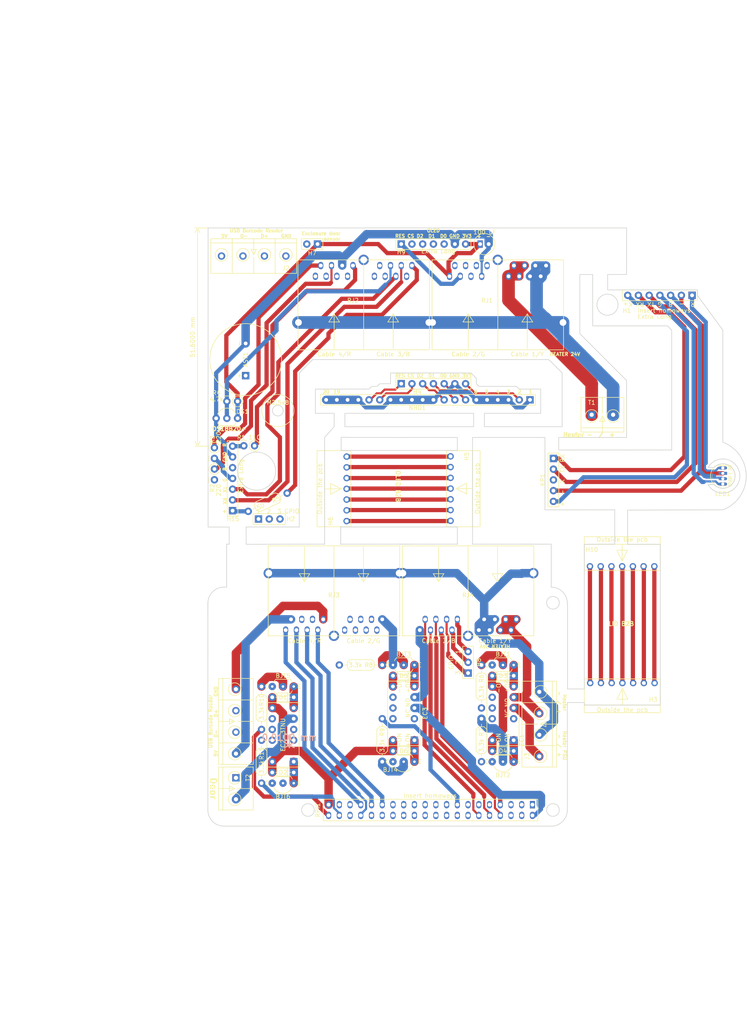
<source format=kicad_pcb>
(kicad_pcb (version 20221018) (generator pcbnew)
  (title_block (title "Toveri") (company "Vaara-kirjastot"))
  (layers (0 "F.Cu" signal) (1 "In1.Cu" signal) (2 "In2.Cu" signal) (31 "B.Cu" signal) (35 "F.Paste" user) (37 "F.SilkS" user "F.Silkscreen") (38 "B.Mask" user) (39 "F.Mask" user) (44 "Edge.Cuts" user))
  (net 0 "")
  (net 1 "/GND")
  (net 2 "/3V3")
  (net 3 "/PIEZO")
  (net 4 "/DS18B20")
  (net 5 "Net-(EC1-Pad3)")
  (net 6 "Net-(EC1-Pad8)")
  (net 7 "Net-(EC1-Pad9)")
  (net 8 "Net-(EC1-Pad10)")
  (net 9 "Net-(EC2-Pad3)")
  (net 10 "Net-(EC2-Pad4)")
  (net 11 "Net-(EC2-Pad5)")
  (net 12 "Net-(EC2-Pad8)")
  (net 13 "Net-(EC2-Pad9)")
  (net 14 "Net-(EC2-Pad10)")
  (net 15 "/OLED_RES")
  (net 16 "/OLED_CS")
  (net 17 "/OLED_D2")
  (net 18 "/OLED_D1")
  (net 19 "/OLED_D0")
  (net 20 "/LED_G")
  (net 21 "/LED_B")
  (net 22 "/LED_R")
  (net 23 "/Heater-")
  (net 24 "/PiHat_CLK/SCLK/D0")
  (net 25 "/PiHat_MOSI/SDI/D1")
  (net 26 "/PiHat_MISO/SDO/D2")
  (net 27 "/PiHat_CE0/CS")
  (net 28 "/PiHat_RES")
  (net 29 "/PiHat_LED_R")
  (net 30 "/PiHat_LED_B")
  (net 31 "/PiHat_LED_G")
  (net 32 "/PiHat_HEAT_OFF")
  (net 33 "/PiHat_HEAT_ON")
  (net 34 "/PiHat_DS18B20")
  (net 35 "/PiHat_GND2")
  (net 36 "/PiHat_PIEZO")
  (net 37 "/PiHat_3V3")
  (net 38 "/PiHat_GND1")
  (net 39 "Net-(RPi1-Pad28)")
  (net 40 "Net-(RPi1-Pad30)")
  (net 41 "Net-(RPi1-Pad32)")
  (net 42 "/R1,9V")
  (net 43 "/B3,4V")
  (net 44 "/G3,3V")
  (net 45 "/Cable_RES")
  (net 46 "/Cable_CS")
  (net 47 "/Cable_D2")
  (net 48 "/Cable_D1")
  (net 49 "/Cable_D0")
  (net 50 "/Cable_VDD")
  (net 51 "/Heater+")
  (net 52 "Net-(EC3-Pad10)")
  (net 53 "Net-(EC3-Pad9)")
  (net 54 "Net-(EC3-Pad8)")
  (net 55 "Net-(EC3-Pad3)")
  (net 56 "/KeyPadTX")
  (net 57 "/KeyPadRX")
  (net 58 "/RES")
  (net 59 "/CS")
  (net 60 "/D2")
  (net 61 "/D1")
  (net 62 "/D0")
  (net 63 "/Barcode_GND")
  (net 64 "/Barcode_D+")
  (net 65 "/Barcode_D-")
  (net 66 "/Barcode_5V")
  (net 67 "/PiHAT_5V")
  (net 68 "/PiHat_KeyPad_RX")
  (net 69 "/PiHat_KeyPad_TX")
  (net 70 "/PiHat_Barcode_5V")
  (net 71 "/PiHat_Barcode_D-")
  (net 72 "/PiHat_Barcode_D+")
  (net 73 "/PiHat_Barcode_GND")
  (net 74 "Net-(RPi1-Pad6)")
  (net 75 "Net-(RPi1-Pad20)")
  (net 76 "/KeyPadPSU+")
  (net 77 "/PiHat_KeyPadOn")
  (net 78 "/PiHat_KeyPadOff")
  (net 79 "Net-(RPi1-Pad1)")
  (net 80 "Net-(RPi1-Pad3)")
  (net 81 "Net-(RPi1-Pad5)")
  (net 82 "Net-(RPi1-Pad14)")
  (net 83 "Net-(RPi1-Pad27)")
  (net 84 "Net-(RPi1-Pad4)")
  (net 85 "/ENCL_DOOR")
  (net 86 "/PiHat_ENCL_DOOR")
  (net 87 "/PiHat_doorOFF")
  (net 88 "/PiHat_RelayGND")
  (net 89 "/PiHat_doorON")
  (net 90 "/PiHat_HEAT+_OUT")
  (net 91 "/PiHat_HEAT+_IN")
  (net 92 "/PiHAT_KeyPad_5V")
  (net 93 "/PiHat_HEAT-")
  (net 94 "Net-(RPi1-Pad9)")
  (net 95 "Net-(RPi1-Pad16)")
  (net 96 "Net-(RPi1-Pad18)")
  (net 97 "Net-(RPi1-Pad35)")
  (net 98 "Net-(RPi1-Pad26)")
  (net 99 "/KeyPadPSU+_2")
  (net 100 "Net-(BJT1-Pad2)")
  (net 101 "Net-(BJT1-Pad1)")
  (net 102 "Net-(BJT2-Pad2)")
  (net 103 "Net-(BJT2-Pad1)")
  (net 104 "Net-(BJT3-Pad1)")
  (net 105 "Net-(BJT3-Pad2)")
  (net 106 "Net-(BJT4-Pad1)")
  (net 107 "Net-(BJT4-Pad2)")
  (net 108 "Net-(BJT5-Pad2)")
  (net 109 "Net-(BJT5-Pad1)")
  (net 110 "Net-(BJT6-Pad1)")
  (net 111 "Net-(BJT6-Pad2)")
  (net 112 "/Cable_PSU+")
  (net 113 "/Cable_TX")
  (net 114 "/Cable_RX")
  (net 115 "/Cable_LED_G")
  (net 116 "/Cable_LED_B")
  (net 117 "/Cable_GND")
  (net 118 "/Cable_LED_R")
  (net 119 "/Cable_VSS")
  (net 120 "Net-(H15-Pad7)")
  (net 121 "Net-(H15-Pad5)")
  (net 122 "Net-(H15-Pad4)")
  (net 123 "/Lid_GND")
  (net 124 "/Lid_KP_TX")
  (net 125 "/Lid_KP_RX")
  (net 126 "/Lid_KP_+")
  (net 127 "Net-(H2-Pad1)")
  (net 128 "Net-(H2-Pad2)")
  (net 129 "Net-(H2-Pad3)")
  (net 130 "Net-(H8-Pad3)")
  (net 131 "Net-(H8-Pad2)")
  (net 132 "Net-(H8-Pad1)")
  (net 133 "Net-(KP1-Pad3)")
  (footprint "Koha-Suomi:Terminal 1x4 (Molex-398800304)" (layer "F.Cu") (at 18.49 81.51 -90)
    (fp_text reference "J5" hide)
    (fp_text value "Screw_Terminal_01x04" hide)
  )
  (footprint "Koha-Suomi:PI_GPIO_Header_F_2x20" (layer "F.Cu") (at 94.055 110.085 -90)
    (fp_text reference "RPi1")
    (fp_text value "RPi_GPIO" hide)
  )
  (footprint "Koha-Suomi:Screw_Terminal_01x02 (Molex)" (layer "F.Cu") (at 18.49 107.545 -90)
    (fp_text reference "T2")
    (fp_text value "Screw_Terminal_01x02" hide)
  )
  (footprint "Koha-Suomi:Header-1x7-F (Molex 38-00-1337)" (layer "F.Cu") (at 48.8 44.3 90)
    (fp_text reference "H6")
    (fp_text value "HEADER_A_1X07_F" hide)
  )
  (footprint "Koha-Suomi:1N4154TAP" (layer "F.Cu") (at 88.34 80.875 180)
    (fp_text reference "D3")
    (fp_text value "D" hide)
  )
  (footprint "Koha-Suomi:1N4154TAP" (layer "F.Cu") (at 88.34 98.655 180)
    (fp_text reference "D4")
    (fp_text value "D" hide)
  )
  (footprint "Koha-Suomi:1N4154TAP" (layer "F.Cu") (at 64.845 80.875 180)
    (fp_text reference "D5")
    (fp_text value "D" hide)
  )
  (footprint "Koha-Suomi:1N4154TAP" (layer "F.Cu") (at 64.845 98.655 180)
    (fp_text reference "D6")
    (fp_text value "D" hide)
  )
  (footprint "Koha-Suomi:EC2-3TNU" (layer "F.Cu") (at 88.34 96.115 90)
    (fp_text reference "EC1")
    (fp_text value "EC2-3TNU" hide)
  )
  (footprint "Koha-Suomi:EC2-3TNU" (layer "F.Cu") (at 64.845 96.115 90)
    (fp_text reference "EC3")
    (fp_text value "EC2-3TNU" hide)
  )
  (footprint "Koha-Suomi:Terminal 1x4 (Molex-398800304)" (layer "F.Cu") (at 98.5 102.465 90)
    (fp_text reference "J3")
    (fp_text value "Screw_Terminal_01x04" hide)
  )
  (footprint "Koha-Suomi:KSD471AYTA" (layer "F.Cu") (at 88.34 78.335 180)
    (fp_text reference "BJT1")
    (fp_text value "KSD471AYTA" hide)
  )
  (footprint "Koha-Suomi:KSD471AYTA" (layer "F.Cu") (at 88.34 101.195 180)
    (fp_text reference "BJT2")
    (fp_text value "KSD471AYTA" hide)
  )
  (footprint "Koha-Suomi:Resistor_ThroughHole_6.3x2.3mm_Spacing2.54mm" (layer "F.Cu") (at 80.72 88.495 90)
    (fp_text reference "R6")
    (fp_text value "3.3k")
  )
  (footprint "Koha-Suomi:Resistor_ThroughHole_6.3x2.3mm_Spacing2.54mm" (layer "F.Cu") (at 47.065 78.335)
    (fp_text reference "R8")
    (fp_text value "3.3k")
  )
  (footprint "Koha-Suomi:KSD471AYTA" (layer "F.Cu") (at 64.845 78.335 180)
    (fp_text reference "BJT3")
    (fp_text value "KSD471AYTA" hide)
  )
  (footprint "Koha-Suomi:Resistor_ThroughHole_6.3x2.3mm_Spacing2.54mm" (layer "F.Cu") (at 80.72 101.195 90)
    (fp_text reference "R7")
    (fp_text value "3.3k")
  )
  (footprint "Koha-Suomi:RJ45 dual port - WE-15016137621" (layer "F.Cu") (at 77.545 61.19 180)
    (fp_text reference "RJ4")
    (fp_text value "RJ45_2xPort-Koha-Suomi" hide)
  )
  (footprint "Koha-Suomi:RJ45 dual port - WE-15016137621" (layer "F.Cu") (at 45.795 61.19 180)
    (fp_text reference "RJ3")
    (fp_text value "RJ45_2xPort-Koha-Suomi" hide)
  )
  (footprint "Koha-Suomi:Resistor_ThroughHole_6.3x2.3mm_Spacing2.54mm" (layer "F.Cu") (at 57.225 91.035 -90)
    (fp_text reference "R9")
    (fp_text value "3.3k")
  )
  (footprint "Koha-Suomi:Resistor_ThroughHole_6.3x2.3mm_Spacing2.54mm" (layer "F.Cu") (at 28.65 106.275 90)
    (fp_text reference "R11")
    (fp_text value "3.3k")
  )
  (footprint "Koha-Suomi:Resistor_ThroughHole_6.3x2.3mm_Spacing2.54mm" (layer "F.Cu") (at 28.65 93.575 90)
    (fp_text reference "R10")
    (fp_text value "3.3k")
  )
  (footprint "Koha-Suomi:KSD471AYTA" (layer "F.Cu") (at 36.27 83.415 180)
    (fp_text reference "BJT5")
    (fp_text value "KSD471AYTA" hide)
  )
  (footprint "Koha-Suomi:KSD471AYTA" (layer "F.Cu") (at 36.27 106.275 180)
    (fp_text reference "BJT6")
    (fp_text value "KSD471AYTA" hide)
  )
  (footprint "Koha-Suomi:1N4154TAP" (layer "F.Cu") (at 36.27 85.955 180)
    (fp_text reference "D1")
    (fp_text value "D" hide)
  )
  (footprint "Koha-Suomi:1N4154TAP" (layer "F.Cu") (at 36.27 103.735 180)
    (fp_text reference "D2")
    (fp_text value "D" hide)
  )
  (footprint "Koha-Suomi:EC2-3TNU" (layer "F.Cu") (at 36.27 101.195 90)
    (fp_text reference "EC2" hide)
    (fp_text value "EC2-3TNU")
  )
  (footprint "Koha-Suomi:KSD471AYTA" (layer "F.Cu") (at 64.845 101.195 180)
    (fp_text reference "BJT4")
    (fp_text value "KSD471AYTA" hide)
  )
  (footprint "Koha-Suomi:Header-1x7-F (Molex 38-00-1337)" (layer "F.Cu") (at 121.7 82.6 180)
    (fp_text reference "H3")
    (fp_text value "HEADER_A_1X07_F")
  )
  (footprint "Koha-Suomi:TO-92_Inline_Wide" (layer "F.Cu") (at 17.905 20)
    (fp_text reference "DS1")
    (fp_text value "DS18B20+" hide)
  )
  (footprint "Koha-Suomi:RJ45 dual port - WE-15016137621" (layer "F.Cu") (at 52.83 -7.22)
    (fp_text reference "RJ2")
    (fp_text value "RJ45_2xPort-Koha-Suomi" hide)
  )
  (footprint "Koha-Suomi:Pin_Header_Straight_1x07_Pitch2.54mm" (layer "F.Cu") (at 61.72 11.83)
    (fp_text reference "H4")
    (fp_text value "HEADER_S_1X07" hide)
  )
  (footprint "Koha-Suomi:RJ45 dual port - WE-15016137621" (layer "F.Cu") (at 84.58 -7.22)
    (fp_text reference "RJ1")
    (fp_text value "RJ45_2xPort-Koha-Suomi" hide)
  )
  (footprint "Koha-Suomi:Terminal 1x4 (Molex-398800304)" (layer "F.Cu") (at 36.955 -22.46 180)
    (fp_text reference "J2")
    (fp_text value "Screw_Terminal_01x04" hide)
  )
  (footprint "Koha-Suomi:Resistor_ThroughHole_Vertical_6.3x2.3mm_Spacing2.54mm" (layer "F.Cu") (at 22.985 16 180)
    (fp_text reference "R4")
    (fp_text value "4.7k")
  )
  (footprint "Koha-Suomi:Screw_Terminal_01x02 (Molex)" (layer "F.Cu") (at 109.345 23.26)
    (fp_text reference "T1")
    (fp_text value "Screw_Terminal_01x02")
  )
  (footprint "Koha-Suomi:Pin_Header_Straight_1x20_Pitch2.54mm" (layer "F.Cu") (at 92.2 15.64 180)
    (fp_text reference "NHD1")
    (fp_text value "NHD-0420CW-AB3" hide)
  )
  (footprint "Koha-Suomi:Pin_Header_Straight_1x07_Pitch2.54mm" (layer "F.Cu") (at 61.72 -21.19)
    (fp_text reference "H9")
    (fp_text value "HEADER_S_1X07" hide)
  )
  (footprint "Koha-Suomi:UMW0G101MDD" (layer "F.Cu") (at 81.405 -21.19)
    (fp_text reference "C1" hide)
    (fp_text value "100 uF")
  )
  (footprint "Koha-Suomi:AST-1732MR-R" (layer "F.Cu") (at 24.89 9.925 90)
    (fp_text reference "AST1")
    (fp_text value "AST-1732MR-R" hide)
  )
  (footprint "Koha-Suomi:Resistor_ThroughHole_6.3x2.3mm_Spacing2.54mm" (layer "F.Cu") (at 25.5 42 25)
    (fp_text reference "R5")
    (fp_text value "50")
  )
  (footprint "Koha-Suomi:Pin_Header_Straight_1x02_Pitch2.54mm" (layer "F.Cu") (at 41.91 -21.19 180)
    (fp_text reference "H7")
    (fp_text value "HEADER_S_1X02" hide)
  )
  (footprint "Koha-Suomi:Pin_Header_Straight_1x03_Pitch2.54mm" (layer "F.Cu") (at 77.545 80.24 90)
    (fp_text reference "H8")
    (fp_text value "HEADER_S_1X03" hide)
  )
  (footprint "Koha-Suomi:Pin_Header_Straight_1x03_Pitch2.54mm" (layer "F.Cu") (at 27.94 43.815)
    (fp_text reference "H2")
    (fp_text value "HEADER_S_1X03" hide)
  )
  (footprint "Koha-Suomi:Pin_Header_Straight_1x07_Pitch2.54mm_x-long" (layer "F.Cu") (at 130.575 -9.075 180)
    (fp_text reference "H1")
    (fp_text value "HEADER_S_1X07" hide)
  )
  (footprint "Koha-Suomi:Pin_Header_Straight_1x05_Pitch2.54mm" (layer "F.Cu") (at 97.75 29.49 -90)
    (fp_text reference "KP1")
    (fp_text value "KeyPad" hide)
  )
  (footprint "Koha-Suomi:Header-1x7-F (Molex 38-00-1337)" (layer "F.Cu") (at 106.4 55)
    (fp_text reference "H10")
    (fp_text value "HEADER_A_1X07_F")
  )
  (footprint "Koha-Suomi:Header-1x7-F (Molex 38-00-1337)" (layer "F.Cu") (at 73.4 29 -90)
    (fp_text reference "H5")
    (fp_text value "HEADER_A_1X07_F" hide)
  )
  (footprint "Koha-Suomi:WP154A4SUREQBFZGC_real" (layer "F.Cu") (at 137.85 33.65)
    (fp_text reference "LED1")
    (fp_text value "WP154A4SUREQBFZGC" hide)
  )
  (footprint "Koha-Suomi:Resistor_ThroughHole_Vertical_6.3x2.3mm_Spacing2.54mm" (layer "F.Cu") (at 27 26.5 180)
    (fp_text reference "R1")
    (fp_text value "110")
  )
  (footprint "Koha-Suomi:Pin_Header_Straight_1x07_Pitch2.54mm_x-long" (layer "F.Cu") (at 21.8 41.84 90)
    (fp_text reference "H15")
    (fp_text value "HEADER_S_1X07" hide)
  )
  (footprint "Koha-Suomi:Resistor_ThroughHole_Vertical_6.3x2.3mm_Spacing2.54mm" (layer "F.Cu") (at 17.5 32 -90)
    (fp_text reference "R2")
    (fp_text value "220")
  )
  (footprint "Koha-Suomi:Resistor_ThroughHole_Vertical_6.3x2.3mm_Spacing2.54mm" (layer "F.Cu") (at 17.5 26.96 -90)
    (fp_text reference "R3")
    (fp_text value "220")
  )
  (footprint "" (layer "F.Cu") (at 41 38.5)
    (fp_text reference "")
    (fp_text value "")
  )
  (gr_circle (center 32.51 18.18) (end 28.7 18.18) (stroke (width 0.15)) (fill none) (layer "F.SilkS"))
  (gr_arc (start 101.04 112.625) (mid 99.924077 115.319077) (end 97.23 116.435) (stroke (width 0.15)) (layer "Edge.Cuts"))
  (gr_arc (start 19.76 116.435) (mid 17.065923 115.319077) (end 15.95 112.625) (stroke (width 0.15)) (layer "Edge.Cuts"))
  (gr_arc (start 15.95 63.73) (mid 17.065923 61.035923) (end 19.76 59.92) (stroke (width 0.15)) (layer "Edge.Cuts"))
  (gr_line (start 15.95 65.635) (end 15.95 63.73) (stroke (width 0.15)) (layer "Edge.Cuts"))
  (gr_line (start 19.76 59.92) (end 20.395 59.92) (stroke (width 0.15)) (layer "Edge.Cuts"))
  (gr_circle (center 39.6482 112.61723) (end 38.1482 112.61723) (stroke (width 0.15)) (fill none) (layer "Edge.Cuts"))
  (gr_circle (center 97.6364 112.61723) (end 96.1364 112.61723) (stroke (width 0.15)) (fill none) (layer "Edge.Cuts"))
  (gr_circle (center 97.6364 63.62063) (end 96.1364 63.62063) (stroke (width 0.15)) (fill none) (layer "Edge.Cuts"))
  (gr_line (start 101.04 112.625) (end 101.04 94.21) (stroke (width 0.15)) (layer "Edge.Cuts"))
  (gr_arc (start 97.23 59.92) (mid 99.924077 61.035923) (end 101.04 63.73) (stroke (width 0.15)) (layer "Edge.Cuts"))
  (gr_line (start 15.95 84.05) (end 15.95 100.56) (stroke (width 0.15)) (layer "Edge.Cuts"))
  (gr_line (start 15.95 66.27) (end 15.95 63.73) (stroke (width 0.15)) (layer "Edge.Cuts"))
  (gr_line (start 43.255 116.435) (end 22.3 116.435) (stroke (width 0.15)) (layer "Edge.Cuts"))
  (gr_line (start 78.815 116.435) (end 94.69 116.435) (stroke (width 0.15)) (layer "Edge.Cuts"))
  (gr_line (start 76.275 116.435) (end 71.83 116.435) (stroke (width 0.15)) (layer "Edge.Cuts"))
  (gr_line (start 43.255 116.435) (end 44.525 116.435) (stroke (width 0.15)) (layer "Edge.Cuts"))
  (gr_line (start 67.385 116.435) (end 71.83 116.435) (stroke (width 0.15)) (layer "Edge.Cuts"))
  (gr_line (start 78.815 116.435) (end 76.275 116.435) (stroke (width 0.15)) (layer "Edge.Cuts"))
  (gr_line (start 20.395 49.76) (end 20.395 59.92) (stroke (width 0.15)) (layer "Edge.Cuts"))
  (gr_line (start 92.785 49.76) (end 90.245 49.76) (stroke (width 0.15)) (layer "Edge.Cuts"))
  (gr_line (start 63.575 49.76) (end 61.035 49.76) (stroke (width 0.15)) (layer "Edge.Cuts"))
  (gr_line (start 44.525 116.435) (end 54.05 116.435) (stroke (width 0.15)) (layer "Edge.Cuts"))
  (gr_line (start 56.59 116.435) (end 67.385 116.435) (stroke (width 0.15)) (layer "Edge.Cuts"))
  (gr_line (start 15.95 75.795) (end 15.95 66.27) (stroke (width 0.15)) (layer "Edge.Cuts"))
  (gr_line (start 15.95 78.335) (end 15.95 84.05) (stroke (width 0.15)) (layer "Edge.Cuts"))
  (gr_line (start 15.95 100.56) (end 15.95 108.815) (stroke (width 0.15)) (layer "Edge.Cuts"))
  (gr_line (start 15.95 112.625) (end 15.95 111.355) (stroke (width 0.15)) (layer "Edge.Cuts"))
  (gr_line (start 94.69 49.76) (end 83.895 49.76) (stroke (width 0.15)) (layer "Edge.Cuts"))
  (gr_line (start 64.845 49.76) (end 60.4 49.76) (stroke (width 0.15)) (layer "Edge.Cuts"))
  (gr_line (start 57.86 49.76) (end 55.32 49.76) (stroke (width 0.15)) (layer "Edge.Cuts"))
  (gr_line (start 15.95 111.355) (end 15.95 108.815) (stroke (width 0.15)) (layer "Edge.Cuts"))
  (gr_line (start 15.95 78.335) (end 15.95 75.795) (stroke (width 0.15)) (layer "Edge.Cuts"))
  (gr_line (start 43.94 13.1) (end 46.48 13.1) (stroke (width 0.15)) (layer "Edge.Cuts"))
  (gr_line (start 50.29 13.1) (end 52.83 13.1) (stroke (width 0.15)) (layer "Edge.Cuts"))
  (gr_line (start 61.085 9.29) (end 63.625 9.29) (stroke (width 0.15)) (layer "Edge.Cuts"))
  (gr_line (start 66.165 9.29) (end 68.705 9.29) (stroke (width 0.15)) (layer "Edge.Cuts"))
  (gr_line (start 115.06 -23.095) (end 115.06 -20.555) (stroke (width 0.15)) (layer "Edge.Cuts"))
  (gr_line (start 45.845 21.99) (end 45.845 18.815) (stroke (width 0.15)) (layer "Edge.Cuts"))
  (gr_line (start 41.4 16.91) (end 41.4 18.815) (stroke (width 0.15)) (layer "Edge.Cuts"))
  (gr_line (start 94.74 18.18) (end 94.74 18.815) (stroke (width 0.15)) (layer "Edge.Cuts"))
  (gr_line (start 94.74 18.815) (end 91.565 18.815) (stroke (width 0.15)) (layer "Edge.Cuts"))
  (gr_line (start 58.545 18.815) (end 69.975 18.815) (stroke (width 0.15)) (layer "Edge.Cuts"))
  (gr_line (start 41.4 14.37) (end 41.4 13.1) (stroke (width 0.15)) (layer "Edge.Cuts"))
  (gr_line (start 41.4 13.1) (end 42.67 13.1) (stroke (width 0.15)) (layer "Edge.Cuts"))
  (gr_line (start 106.805 24.53) (end 109.345 24.53) (stroke (width 0.15)) (layer "Edge.Cuts"))
  (gr_line (start 94.74 18.18) (end 94.74 13.1) (stroke (width 0.15)) (layer "Edge.Cuts"))
  (gr_line (start 94.74 13.1) (end 89.66 13.1) (stroke (width 0.15)) (layer "Edge.Cuts"))
  (gr_line (start 59.18 11.83) (end 59.18 9.29) (stroke (width 0.15)) (layer "Edge.Cuts"))
  (gr_line (start 78.23 9.29) (end 79.5 10.56) (stroke (width 0.15)) (layer "Edge.Cuts"))
  (gr_line (start 79.5 10.56) (end 79.5 11.83) (stroke (width 0.15)) (layer "Edge.Cuts"))
  (gr_line (start 59.18 11.83) (end 56.64 11.83) (stroke (width 0.15)) (layer "Edge.Cuts"))
  (gr_line (start 89.66 13.1) (end 89.025 12.465) (stroke (width 0.15)) (layer "Edge.Cuts"))
  (gr_line (start 89.025 12.465) (end 80.135 12.465) (stroke (width 0.15)) (layer "Edge.Cuts"))
  (gr_line (start 80.135 12.465) (end 79.5 11.83) (stroke (width 0.15)) (layer "Edge.Cuts"))
  (gr_line (start 56.64 11.83) (end 56.005 12.465) (stroke (width 0.15)) (layer "Edge.Cuts"))
  (gr_line (start 56.005 12.465) (end 54.735 12.465) (stroke (width 0.15)) (layer "Edge.Cuts"))
  (gr_line (start 54.735 12.465) (end 54.1 13.1) (stroke (width 0.15)) (layer "Edge.Cuts"))
  (gr_line (start 73.785 24.53) (end 72.515 24.53) (stroke (width 0.15)) (layer "Edge.Cuts"))
  (gr_line (start 16 -25) (end 16 24.53) (stroke (width 0.15)) (layer "Edge.Cuts"))
  (gr_line (start 115.06 -25) (end 16 -25) (stroke (width 0.15)) (layer "Edge.Cuts"))
  (gr_circle (center 32.51 18.18) (end 33.78 18.18) (stroke (width 0.15)) (fill none) (layer "Edge.Cuts"))
  (gr_line (start 37.59 9.29) (end 37.59 21.99) (stroke (width 0.15)) (layer "Edge.Cuts"))
  (gr_line (start 37.59 9.29) (end 40.765 6.115) (stroke (width 0.15)) (layer "Edge.Cuts"))
  (gr_line (start 40.765 6.115) (end 96.01 6.115) (stroke (width 0.15)) (layer "Edge.Cuts"))
  (gr_line (start 99.82 21.99) (end 99.82 9.29) (stroke (width 0.15)) (layer "Edge.Cuts"))
  (gr_line (start 99.82 9.29) (end 96.645 6.115) (stroke (width 0.15)) (layer "Edge.Cuts"))
  (gr_line (start 96.645 6.115) (end 96.01 6.115) (stroke (width 0.15)) (layer "Edge.Cuts"))
  (gr_line (start 62.99 24.53) (end 72.515 24.53) (stroke (width 0.15)) (layer "Edge.Cuts"))
  (gr_line (start 60.45 24.53) (end 49.655 24.53) (stroke (width 0.15)) (layer "Edge.Cuts"))
  (gr_line (start 90.93 18.815) (end 81.405 18.815) (stroke (width 0.15)) (layer "Edge.Cuts"))
  (gr_line (start 75.69 18.815) (end 73.15 18.815) (stroke (width 0.15)) (layer "Edge.Cuts"))
  (gr_line (start 48.385 18.815) (end 56.64 18.815) (stroke (width 0.15)) (layer "Edge.Cuts"))
  (gr_line (start 45.845 18.815) (end 41.4 18.815) (stroke (width 0.15)) (layer "Edge.Cuts"))
  (gr_line (start 41.4 16.91) (end 41.4 14.37) (stroke (width 0.15)) (layer "Edge.Cuts"))
  (gr_line (start 56.64 18.815) (end 58.545 18.815) (stroke (width 0.15)) (layer "Edge.Cuts"))
  (gr_line (start 90.93 18.815) (end 91.565 18.815) (stroke (width 0.15)) (layer "Edge.Cuts"))
  (gr_line (start 75.69 18.815) (end 78.865 18.815) (stroke (width 0.15)) (layer "Edge.Cuts"))
  (gr_line (start 73.15 18.815) (end 69.975 18.815) (stroke (width 0.15)) (layer "Edge.Cuts"))
  (gr_line (start 43.94 13.1) (end 42.67 13.1) (stroke (width 0.15)) (layer "Edge.Cuts"))
  (gr_line (start 46.48 13.1) (end 50.29 13.1) (stroke (width 0.15)) (layer "Edge.Cuts"))
  (gr_line (start 52.83 13.1) (end 54.1 13.1) (stroke (width 0.15)) (layer "Edge.Cuts"))
  (gr_line (start 59.18 9.29) (end 61.085 9.29) (stroke (width 0.15)) (layer "Edge.Cuts"))
  (gr_line (start 66.165 9.29) (end 64.26 9.29) (stroke (width 0.15)) (layer "Edge.Cuts"))
  (gr_line (start 68.705 9.29) (end 78.23 9.29) (stroke (width 0.15)) (layer "Edge.Cuts"))
  (gr_line (start 63.625 9.29) (end 64.26 9.29) (stroke (width 0.15)) (layer "Edge.Cuts"))
  (gr_line (start 115.06 14.37) (end 115.06 24.53) (stroke (width 0.15)) (layer "Edge.Cuts"))
  (gr_line (start 115.06 -25) (end 115.06 -23.095) (stroke (width 0.15)) (layer "Edge.Cuts"))
  (gr_line (start 81.405 21.99) (end 99.82 21.99) (stroke (width 0.15)) (layer "Edge.Cuts"))
  (gr_line (start 81.405 18.815) (end 81.405 21.99) (stroke (width 0.15)) (layer "Edge.Cuts"))
  (gr_line (start 78.865 21.99) (end 78.865 18.815) (stroke (width 0.15)) (layer "Edge.Cuts"))
  (gr_line (start 48.385 18.815) (end 48.385 21.99) (stroke (width 0.15)) (layer "Edge.Cuts"))
  (gr_line (start 48.385 21.99) (end 78.865 21.99) (stroke (width 0.15)) (layer "Edge.Cuts"))
  (gr_line (start 135.750001 31.65) (end 134.350001 31.65) (stroke (width 0.15)) (layer "Edge.Cuts"))
  (gr_line (start 135.75 35.649999) (end 134.350001 35.649999) (stroke (width 0.15)) (layer "Edge.Cuts"))
  (gr_line (start 137.85 -0.85) (end 131.85 -9.05) (stroke (width 0.15)) (layer "Edge.Cuts"))
  (gr_line (start 114.05 -1.85) (end 124.75 -1.85) (stroke (width 0.15)) (layer "Edge.Cuts"))
  (gr_line (start 114.05 -10.35) (end 131.85 -10.35) (stroke (width 0.15)) (layer "Edge.Cuts"))
  (gr_line (start 43.6 27.65) (end 43.6 45.65) (stroke (width 0.15)) (layer "Edge.Cuts"))
  (gr_line (start 19.76 116.435) (end 22.3 116.435) (stroke (width 0.15)) (layer "Edge.Cuts"))
  (gr_line (start 54.05 116.435) (end 56.59 116.435) (stroke (width 0.15)) (layer "Edge.Cuts"))
  (gr_line (start 94.69 116.435) (end 97.23 116.435) (stroke (width 0.15)) (layer "Edge.Cuts"))
  (gr_line (start 60.45 24.53) (end 62.99 24.53) (stroke (width 0.15)) (layer "Edge.Cuts"))
  (gr_line (start 37.54 49.76) (end 40.08 49.76) (stroke (width 0.15)) (layer "Edge.Cuts"))
  (gr_line (start 52.78 49.76) (end 55.32 49.76) (stroke (width 0.15)) (layer "Edge.Cuts"))
  (gr_line (start 57.86 49.76) (end 60.4 49.76) (stroke (width 0.15)) (layer "Edge.Cuts"))
  (gr_line (start 64.845 49.76) (end 67.385 49.76) (stroke (width 0.15)) (layer "Edge.Cuts"))
  (gr_line (start 81.355 49.76) (end 83.895 49.76) (stroke (width 0.15)) (layer "Edge.Cuts"))
  (gr_line (start 115.06 -20.555) (end 115.06 -14) (stroke (width 0.15)) (layer "Edge.Cuts"))
  (gr_line (start 115.06 14.37) (end 115.06 11.1) (stroke (width 0.15)) (layer "Edge.Cuts"))
  (gr_line (start 105.05 49.8) (end 105.05 84) (stroke (width 0.15)) (layer "Edge.Cuts"))
  (gr_line (start 105.05 87.8) (end 105.05 87.2) (stroke (width 0.15)) (layer "Edge.Cuts"))
  (gr_line (start 101.04 94.21) (end 101.04 87.2) (stroke (width 0.15)) (layer "Edge.Cuts"))
  (gr_line (start 101.1 63.8) (end 101.03 63.73) (stroke (width 0.15)) (layer "Edge.Cuts"))
  (gr_line (start 97.23 49.76) (end 94.69 49.76) (stroke (width 0.15)) (layer "Edge.Cuts"))
  (gr_line (start 105.05 49.8) (end 106 49.8) (stroke (width 0.15)) (layer "Edge.Cuts"))
  (gr_line (start 117.1 41.7) (end 137.849999 41.649999) (stroke (width 0.15)) (layer "Edge.Cuts"))
  (gr_line (start 122.16 27.5) (end 125.75 27.5) (stroke (width 0.15)) (layer "Edge.Cuts"))
  (gr_line (start 94.74 24.53) (end 78.6 24.53) (stroke (width 0.15)) (layer "Edge.Cuts"))
  (gr_line (start 73.785 24.53) (end 75 24.53) (stroke (width 0.15)) (layer "Edge.Cuts"))
  (gr_line (start 47.5 24.5) (end 49.655 24.5) (stroke (width 0.15)) (layer "Edge.Cuts"))
  (gr_line (start 81.355 49.76) (end 78.6 49.76) (stroke (width 0.15)) (layer "Edge.Cuts"))
  (gr_line (start 67.385 49.76) (end 75 49.76) (stroke (width 0.15)) (layer "Edge.Cuts"))
  (gr_line (start 52.78 49.76) (end 47.4 49.76) (stroke (width 0.15)) (layer "Edge.Cuts"))
  (gr_line (start 40.08 49.76) (end 43.6 49.76) (stroke (width 0.15)) (layer "Edge.Cuts"))
  (gr_line (start 25 45.7) (end 37.59 45.7) (stroke (width 0.15)) (layer "Edge.Cuts"))
  (gr_line (start 16 45.72) (end 21 45.72) (stroke (width 0.15)) (layer "Edge.Cuts"))
  (gr_line (start 20.395 49.76) (end 21 49.76) (stroke (width 0.15)) (layer "Edge.Cuts"))
  (gr_line (start 25 49.8) (end 37.54 49.76) (stroke (width 0.15)) (layer "Edge.Cuts"))
  (gr_line (start 75 45.7) (end 47.4 45.7) (stroke (width 0.15)) (layer "Edge.Cuts"))
  (gr_line (start 107.05 -10.35) (end 107.05 -1.85) (stroke (width 0.15)) (layer "Edge.Cuts"))
  (gr_line (start 94.74 24.53) (end 95.75 24.53) (stroke (width 0.15)) (layer "Edge.Cuts"))
  (gr_line (start 106.805 24.53) (end 99 24.53) (stroke (width 0.15)) (layer "Edge.Cuts"))
  (gr_line (start 122.16 27.5) (end 115.06 27.5) (stroke (width 0.15)) (layer "Edge.Cuts"))
  (gr_line (start 99 27.5) (end 101.84 27.5) (stroke (width 0.15)) (layer "Edge.Cuts"))
  (gr_line (start 97.75 41.65) (end 106 41.65) (stroke (width 0.15)) (layer "Edge.Cuts"))
  (gr_line (start 114.05 -10.35) (end 110.6 -10.35) (stroke (width 0.15)) (layer "Edge.Cuts"))
  (gr_line (start 104 -14) (end 107.05 -14) (stroke (width 0.15)) (layer "Edge.Cuts"))
  (gr_line (start 110.6 -14) (end 115.06 -14) (stroke (width 0.15)) (layer "Edge.Cuts"))
  (gr_line (start 115.316 41.7) (end 117.1 41.7) (stroke (width 0.15)) (layer "Edge.Cuts"))
  (gr_line (start 112.268 41.656) (end 106 41.65) (stroke (width 0.15)) (layer "Edge.Cuts"))
  (gr_line (start 106 49.8) (end 112.268 49.756) (stroke (width 0.15)) (layer "Edge.Cuts"))
  (gr_line (start 115.316 49.8) (end 123.05 49.8) (stroke (width 0.15)) (layer "Edge.Cuts"))
  (gr_line (start 111 24.53) (end 115.06 24.53) (stroke (width 0.15)) (layer "Edge.Cuts"))
  (gr_line (start 101.84 27.5) (end 115.06 27.5) (stroke (width 0.15)) (layer "Edge.Cuts"))
  (gr_line (start 37.59 21.99) (end 37.59 24.5) (stroke (width 0.15)) (layer "Edge.Cuts"))
  (gr_line (start 43.6 24.5) (end 45.845 21.99) (stroke (width 0.15)) (layer "Edge.Cuts"))
  (gr_line (start 95.75 27.5) (end 95.75 24.5) (stroke (width 0.15)) (layer "Edge.Cuts"))
  (gr_line (start 47.5 27.7) (end 47.5 24.5) (stroke (width 0.15)) (layer "Edge.Cuts"))
  (gr_line (start 109.345 24.53) (end 111 24.53) (stroke (width 0.15)) (layer "Edge.Cuts"))
  (gr_line (start 78.6 27.65) (end 78.6 24.5) (stroke (width 0.15)) (layer "Edge.Cuts"))
  (gr_arc (start 134.350001 31.65) (mid 141.881128 33.65) (end 134.350001 35.649999) (stroke (width 0.15)) (layer "Edge.Cuts"))
  (gr_line (start 78.6 45.65) (end 78.6 49.8) (stroke (width 0.15)) (layer "Edge.Cuts"))
  (gr_line (start 25 45.7) (end 25 49.8) (stroke (width 0.15)) (layer "Edge.Cuts"))
  (gr_line (start 115.316 49.8) (end 115.316 41.7) (stroke (width 0.15)) (layer "Edge.Cuts"))
  (gr_line (start 125.75 27.55) (end 125.75 -0.85) (stroke (width 0.15)) (layer "Edge.Cuts"))
  (gr_circle (center 110.55 -6.85) (end 113.05 -6.8) (stroke (width 0.15)) (fill none) (layer "Edge.Cuts"))
  (gr_line (start 75 27.6) (end 47.5 27.6) (stroke (width 0.15)) (layer "Edge.Cuts"))
  (gr_line (start 97.75 41.65) (end 95.75 41.65) (stroke (width 0.15)) (layer "Edge.Cuts"))
  (gr_line (start 105.1 87.2) (end 101.1 87.2) (stroke (width 0.15)) (layer "Edge.Cuts"))
  (gr_line (start 78.6 45.65) (end 78.6 27.65) (stroke (width 0.15)) (layer "Edge.Cuts"))
  (gr_line (start 47.4 45.6) (end 47.4 49.8) (stroke (width 0.15)) (layer "Edge.Cuts"))
  (gr_line (start 131.85 -10.35) (end 131.85 -9.05) (stroke (width 0.15)) (layer "Edge.Cuts"))
  (gr_line (start 43.6 45.65) (end 43.6 49.8) (stroke (width 0.15)) (layer "Edge.Cuts"))
  (gr_line (start 37.59 24.5) (end 37.59 45.7) (stroke (width 0.15)) (layer "Edge.Cuts"))
  (gr_line (start 21 49.8) (end 21 45.7) (stroke (width 0.15)) (layer "Edge.Cuts"))
  (gr_line (start 137.85 25.650001) (end 137.85 -0.85) (stroke (width 0.15)) (layer "Edge.Cuts"))
  (gr_line (start 125.75 -0.85) (end 124.75 -1.85) (stroke (width 0.15)) (layer "Edge.Cuts"))
  (gr_line (start 99 27.5) (end 99 24.5) (stroke (width 0.15)) (layer "Edge.Cuts"))
  (gr_line (start 101.1 84) (end 101.1 63.8) (stroke (width 0.15)) (layer "Edge.Cuts"))
  (gr_arc (start 135.750001 31.65) (mid 140.749999 33.650001) (end 135.75 35.649999) (stroke (width 0.15)) (layer "Edge.Cuts"))
  (gr_line (start 97.23 59.92) (end 97.23 49.76) (stroke (width 0.15)) (layer "Edge.Cuts"))
  (gr_line (start 110.6 -10.4) (end 110.6 -14) (stroke (width 0.15)) (layer "Edge.Cuts"))
  (gr_line (start 104 0) (end 115.1 11.1) (stroke (width 0.15)) (layer "Edge.Cuts"))
  (gr_line (start 112.268 49.756) (end 112.268 41.656) (stroke (width 0.15)) (layer "Edge.Cuts"))
  (gr_line (start 16 24.53) (end 16 45.72) (stroke (width 0.15)) (layer "Edge.Cuts"))
  (gr_line (start 105.05 87.8) (end 123.05 87.8) (stroke (width 0.15)) (layer "Edge.Cuts"))
  (gr_line (start 114.05 -1.85) (end 107.05 -1.85) (stroke (width 0.15)) (layer "Edge.Cuts"))
  (gr_line (start 123.05 87.8) (end 123.05 49.8) (stroke (width 0.15)) (layer "Edge.Cuts"))
  (gr_line (start 104 -14) (end 104 0) (stroke (width 0.15)) (layer "Edge.Cuts"))
  (gr_circle (center 27.5 32.5) (end 32 32.5) (stroke (width 0.15)) (fill none) (layer "Edge.Cuts"))
  (gr_line (start 105.1 84) (end 101.1 84) (stroke (width 0.15)) (layer "Edge.Cuts"))
  (gr_arc (start 137.85 25.650001) (mid 143.394003 33.65) (end 137.849999 41.649999) (stroke (width 0.15)) (layer "Edge.Cuts"))
  (gr_line (start 75 45.7) (end 75 49.8) (stroke (width 0.15)) (layer "Edge.Cuts"))
  (gr_line (start 43.6 27.65) (end 43.6 24.5) (stroke (width 0.15)) (layer "Edge.Cuts"))
  (gr_line (start 95.75 41.65) (end 95.75 27.55) (stroke (width 0.15)) (layer "Edge.Cuts"))
  (gr_line (start 75 24.5) (end 75 27.7) (stroke (width 0.15)) (layer "Edge.Cuts"))
  (gr_line (start 107.05 -10.35) (end 107.05 -14) (stroke (width 0.15)) (layer "Edge.Cuts"))
  (gr_text "Door" (at 17.22 107.545 270) (layer "F.SilkS") (effects (font (size 1.5 1.5) (thickness 0.3))))
  (gr_text "Heater PSU\n-  /  +" (at 99.77 97.385 270) (layer "F.SilkS") (effects (font (size 0.8 0.8) (thickness 0.2))))
  (gr_text "Heater\n-  /  +" (at 99.77 87.225 270) (layer "F.SilkS") (effects (font (size 0.8 0.8) (thickness 0.2))))
  (gr_text "HEATER 24V" (at 83.895 73.89 180) (layer "F.SilkS") (effects (font (size 0.8 0.8) (thickness 0.2))))
  (gr_text "USB Barcode Reader\n5V     D-     D+     GND" (at 17.22 91.67 90) (layer "F.SilkS") (effects (font (size 0.8 0.8) (thickness 0.2))))
  (gr_text "OLED\nRES CS D2  D1  D0 GND 3V3" (at 69.34 -23.73) (layer "F.SilkS") (effects (font (size 0.8 0.8) (thickness 0.2))))
  (gr_text "Heater -  /  +" (at 106.17 23.895) (layer "F.SilkS") (effects (font (size 1 1) (thickness 0.25))))
  (gr_text "USB Barcode Reader\n5V     D-     D+     GND" (at 27.43 -23.73) (layer "F.SilkS") (effects (font (size 0.8 0.8) (thickness 0.2))))
  (gr_text "HEATER 24V" (at 100.455 4.845) (layer "F.SilkS") (effects (font (size 0.8 0.8) (thickness 0.2))))
  (gr_text "6   5   4   3   2   1" (at 85.85 13.735) (layer "F.SilkS") (effects (font (size 0.8 0.8) (thickness 0.2))))
  (gr_text "20" (at 43.94 13.735) (layer "F.SilkS") (effects (font (size 0.8 0.8) (thickness 0.2))))
  (gr_text "19" (at 46.48 13.735) (layer "F.SilkS") (effects (font (size 0.8 0.8) (thickness 0.2))))
  (gr_text "RES CS D2  D1  D0 GND 3V3" (at 69.34 9.925) (layer "F.SilkS") (effects (font (size 0.8 0.8) (thickness 0.2))))
  (gr_text "DS18B20+" (at 21 22.5) (layer "F.SilkS") (effects (font (size 1 1) (thickness 0.25))))
  (gr_text "M2.5x8" (at 32.51 16.275) (layer "F.SilkS") (effects (font (size 1 1))))
  (gr_text "TX  RX  +" (at 19.955 39.37 270) (layer "F.SilkS") (effects (font (size 0.8 0.8) (thickness 0.2))))
  (gr_text "Enclosure door\nsensor" (at 47.431845 -23.051149) (layer "F.SilkS") (effects (font (size 0.8 0.8) (thickness 0.2)) (justify right)))
  (gr_text "+  -" (at 83 -23) (layer "F.SilkS") (effects (font (size 0.8 0.8) (thickness 0.2)) (justify right)))
  (gr_text "1  2  3 GPIO" (at 32.5 42) (layer "F.SilkS") (effects (font (size 1 1))))
  (gr_text "GPIO\n3  2  1" (at 74.37 77.7 90) (layer "F.SilkS") (effects (font (size 1 1))))
  (gr_text "OLED B2B" (at 60.96 36.068 270) (layer "F.SilkS") (effects (font (size 1 1) (thickness 0.2))))
  (gr_text "Insert homoways" (at 123.942885 -5.482414) (layer "F.SilkS") (effects (font (size 1 1))))
  (gr_text "G   B  GND  R  " (at 19.955 29.845 90) (layer "F.SilkS") (effects (font (size 0.8 0.8) (thickness 0.2))))
  (gr_text "+  -  X  TX RX" (at 99.892 34.692 90) (layer "F.SilkS") (effects (font (size 1 1))))
  (gr_text "Insert homoways" (at 68.58 109.22) (layer "F.SilkS") (effects (font (size 1 1))))
  (gr_text "LID B2B" (at 113.792 68.58) (layer "F.SilkS") (effects (font (size 1 1) (thickness 0.2))))
  (gr_text "R  -  B  G TX RX K+" (at 122.752 -6.964 180) (layer "F.SilkS") (effects (font (size 1 1))))
  (gr_text "Extra Long" (at 70.5 -19.5) (layer "F.SilkS") (effects (font (size 1 1))))
  (dimension (type aligned) (layer "B.SilkS") (pts (xy 35.25 94.85) (xy 35.24 94.85)) (height -2.419999) (gr_text "0.0100 mm" (at 35.245 95.469999) (layer "B.SilkS") (effects (font (size 1.5 1.5) (thickness 0.3)))) (format (prefix "") (suffix "") (units 2) (units_format 1) (precision 4)) (style (thickness 0.3) (arrow_length 1.27) (text_position_mode 0) (extension_height 0.58642) (extension_offset 0) keep_text_aligned))
  (dimension (type aligned) (layer "F.SilkS") (pts (xy 16 26.6) (xy 16 -25)) (height -2.5) (gr_text "51.6000 mm" (at 12.35 0.8 90) (layer "F.SilkS") (effects (font (size 1 1) (thickness 0.15)))) (format (prefix "") (suffix "") (units 2) (units_format 1) (precision 4)) (style (thickness 0.15) (arrow_length 1.27) (text_position_mode 0) (extension_height 0.58642) (extension_offset 0) keep_text_aligned))
  (segment (start 79.497194 15.64) (end 79.5 15.64) (width 0.5) (layer "F.Cu") (net 1))
  (segment (start 75.945001 13.355001) (end 77.212195 13.355001) (width 0.5) (layer "F.Cu") (net 1))
  (segment (start 74.42 11.83) (end 75.945001 13.355001) (width 0.5) (layer "F.Cu") (net 1))
  (segment (start 77.212195 13.355001) (end 79.497194 15.64) (width 0.5) (layer "F.Cu") (net 1))
  (segment (start 80.77 -18.450998) (end 82.421 -20.101998) (width 1) (layer "B.Cu") (net 1))
  (segment (start 82.421 -20.101998) (end 82.421 -21.19) (width 1) (layer "B.Cu") (net 1))
  (segment (start 80.77 -17.38) (end 80.77 -18.450998) (width 1) (layer "B.Cu") (net 1))
  (segment (start 59.18 15.64) (end 57.404999 17.415001) (width 1) (layer "B.Cu") (net 1))
  (segment (start 57.404999 17.415001) (end 53.335001 17.415001) (width 1) (layer "B.Cu") (net 1))
  (segment (start 53.335001 17.415001) (end 51.56 15.64) (width 1) (layer "B.Cu") (net 1))
  (segment (start 92.2 15.64) (end 90.424999 17.415001) (width 1) (layer "B.Cu") (net 1))
  (segment (start 90.424999 17.415001) (end 88.895001 17.415001) (width 1) (layer "B.Cu") (net 1))
  (segment (start 88.895001 17.415001) (end 87.12 15.64) (width 1) (layer "B.Cu") (net 1))
  (segment (start 74.42 11.83) (end 76.454999 13.864999) (width 1) (layer "B.Cu") (net 1))
  (segment (start 76.454999 13.864999) (end 77.724999 13.864999) (width 1) (layer "B.Cu") (net 1))
  (segment (start 74.42 11.83) (end 72.385001 13.864999) (width 1) (layer "B.Cu") (net 1))
  (segment (start 72.385001 13.864999) (end 71.115001 13.864999) (width 1) (layer "B.Cu") (net 1))
  (segment (start 69.34 15.64) (end 71.115001 13.864999) (width 1) (layer "B.Cu") (net 1))
  (segment (start 71.115001 13.864999) (end 77.724999 13.864999) (width 1) (layer "B.Cu") (net 1))
  (segment (start 77.724999 13.864999) (end 79.5 15.64) (width 1) (layer "B.Cu") (net 1))
  (segment (start 79.5 15.64) (end 87.12 15.64) (width 2) (layer "B.Cu") (net 1))
  (segment (start 59.18 15.64) (end 69.34 15.64) (width 2) (layer "B.Cu") (net 1))
  (segment (start 43.94 15.64) (end 51.56 15.64) (width 2) (layer "B.Cu") (net 1))
  (segment (start 80.77 -17.38) (end 80.77 -13.57) (width 0.5) (layer "B.Cu") (net 1))
  (segment (start 75.492564 -23.5) (end 82.099002 -23.5) (width 2) (layer "B.Cu") (net 1))
  (segment (start 47 -18.5) (end 45.73 -18.5) (width 2) (layer "B.Cu") (net 1))
  (segment (start 17.905 23.905) (end 17.905 20) (width 1) (layer "B.Cu") (net 1))
  (segment (start 74.42 -22.427436) (end 74.42 -21.19) (width 2) (layer "B.Cu") (net 1))
  (segment (start 17.905 20) (end 17.905 9.29) (width 1) (layer "B.Cu") (net 1))
  (segment (start 17.905 9.29) (end 24.89 2.305) (width 1) (layer "B.Cu") (net 1))
  (segment (start 20.024999 27.364999) (end 20.024999 26.024999) (width 1) (layer "B.Cu") (net 1))
  (segment (start 24.89 -2.39) (end 41 -18.5) (width 2) (layer "B.Cu") (net 1))
  (segment (start 24.89 2.305) (end 24.89 -2.39) (width 2) (layer "B.Cu") (net 1))
  (segment (start 53.52499 -23.52499) (end 73.322446 -23.52499) (width 2) (layer "B.Cu") (net 1))
  (segment (start 73.322446 -23.52499) (end 74.42 -22.427436) (width 2) (layer "B.Cu") (net 1))
  (segment (start 47.75 -17.75) (end 53.52499 -23.52499) (width 2) (layer "B.Cu") (net 1))
  (segment (start 20.024999 26.024999) (end 17.905 23.905) (width 1) (layer "B.Cu") (net 1))
  (segment (start 82.099002 -23.5) (end 82.421 -23.178002) (width 2) (layer "B.Cu") (net 1))
  (segment (start 74.42 -22.427436) (end 75.492564 -23.5) (width 2) (layer "B.Cu") (net 1))
  (segment (start 47.75 -16.11) (end 47.75 -17.75) (width 2) (layer "B.Cu") (net 1))
  (segment (start 41 -18.5) (end 45.73 -18.5) (width 2) (layer "B.Cu") (net 1))
  (segment (start 82.421 -23.178002) (end 82.421 -21.19) (width 2) (layer "B.Cu") (net 1))
  (segment (start 21.8 29.14) (end 20.024999 27.364999) (width 1) (layer "B.Cu") (net 1))
  (segment (start 47.75 -17.75) (end 47 -18.5) (width 2) (layer "B.Cu") (net 1))
  (segment (start 80.389 -21.19) (end 76.96 -21.19) (width 1) (layer "F.Cu") (net 2))
  (segment (start 88.134999 14.114999) (end 89.66 15.64) (width 0.5) (layer "F.Cu") (net 2))
  (segment (start 76.96 11.83) (end 79.244999 14.114999) (width 0.5) (layer "F.Cu") (net 2))
  (segment (start 79.244999 14.114999) (end 88.134999 14.114999) (width 0.5) (layer "F.Cu") (net 2))
  (segment (start 20.32 0.4) (end 24.6475 -3.9275) (width 1) (layer "F.Cu") (net 2))
  (segment (start 72.91999 -17.006324) (end 74.963666 -19.05) (width 1) (layer "F.Cu") (net 2))
  (segment (start 20.32 11.43) (end 20.32 0.4) (width 1) (layer "F.Cu") (net 2))
  (segment (start 24.6475 -3.9275) (end 41.91 -21.19) (width 1) (layer "F.Cu") (net 2))
  (segment (start 72.91999 -15.213676) (end 72.91999 -17.006324) (width 1) (layer "F.Cu") (net 2))
  (segment (start 56.28 -21.19) (end 58.42 -19.05) (width 1) (layer "F.Cu") (net 2))
  (segment (start 67.67 -19.05) (end 73.15 -13.57) (width 1) (layer "F.Cu") (net 2))
  (segment (start 74.963666 -19.05) (end 78.249 -19.05) (width 1) (layer "F.Cu") (net 2))
  (segment (start 73.15 -14.983666) (end 72.91999 -15.213676) (width 1) (layer "F.Cu") (net 2))
  (segment (start 22.985 14.095) (end 20.32 11.43) (width 1) (layer "F.Cu") (net 2))
  (segment (start 22.985 15.64) (end 22.985 14.095) (width 1) (layer "F.Cu") (net 2))
  (segment (start 73.15 -13.57) (end 73.15 -14.983666) (width 1) (layer "F.Cu") (net 2))
  (segment (start 41.91 -21.19) (end 56.28 -21.19) (width 1) (layer "F.Cu") (net 2))
  (segment (start 58.42 -19.05) (end 67.67 -19.05) (width 1) (layer "F.Cu") (net 2))
  (segment (start 78.249 -19.05) (end 80.389 -21.19) (width 1) (layer "F.Cu") (net 2))
  (segment (start 22.985 15.64) (end 22.985 18.815) (width 1) (layer "B.Cu") (net 2))
  (segment (start 22.985 18.815) (end 22.985 20) (width 1) (layer "B.Cu") (net 2))
  (segment (start 59.18 -12.797219) (end 59.18 -16.11) (width 0.5) (layer "B.Cu") (net 4))
  (segment (start 57.97889 -11.59611) (end 59.18 -12.797219) (width 0.5) (layer "B.Cu") (net 4))
  (segment (start 32.1925 -0.747502) (end 20.445 10.999998) (width 1) (layer "B.Cu") (net 4))
  (segment (start 39.124991 -10.024991) (end 32.1925 -3.0925) (width 1) (layer "B.Cu") (net 4))
  (segment (start 20.445 10.999998) (end 20.445 18.815) (width 1) (layer "B.Cu") (net 4))
  (segment (start 56.407771 -10.024991) (end 39.124991 -10.024991) (width 1) (layer "B.Cu") (net 4))
  (segment (start 32.1925 -3.0925) (end 32.1925 -0.747502) (width 1) (layer "B.Cu") (net 4))
  (segment (start 20.445 18.815) (end 20.445 20) (width 1) (layer "B.Cu") (net 4))
  (segment (start 57.97889 -11.59611) (end 56.407771 -10.024991) (width 1) (layer "B.Cu") (net 4))
  (segment (start 24.865001 104.152997) (end 24.865001 107.809999) (width 2) (layer "B.Cu") (net 11))
  (segment (start 24.865001 107.809999) (end 22.59 110.085) (width 2) (layer "B.Cu") (net 11))
  (segment (start 35.032564 91.035) (end 33.465001 92.602563) (width 2) (layer "B.Cu") (net 11))
  (segment (start 30.097999 98.919999) (end 24.865001 104.152997) (width 2) (layer "B.Cu") (net 11))
  (segment (start 33.465001 97.207001) (end 31.752003 98.919999) (width 2) (layer "B.Cu") (net 11))
  (segment (start 31.752003 98.919999) (end 30.097999 98.919999) (width 2) (layer "B.Cu") (net 11))
  (segment (start 36.27 91.035) (end 35.032564 91.035) (width 2) (layer "B.Cu") (net 11))
  (segment (start 33.465001 92.602563) (end 33.465001 97.207001) (width 2) (layer "B.Cu") (net 11))
  (segment (start 73.91499 -11.79499) (end 75.69 -13.57) (width 1) (layer "B.Cu") (net 15))
  (segment (start 71.11501 -11.79499) (end 73.91499 -11.79499) (width 1) (layer "B.Cu") (net 15))
  (segment (start 61.72 -21.19) (end 71.11501 -11.79499) (width 1) (layer "B.Cu") (net 15))
  (segment (start 24.765 15.24) (end 27.94 12.065) (width 1) (layer "F.Cu") (net 20))
  (segment (start 17.5 26.96) (end 17.5 25) (width 1) (layer "F.Cu") (net 20))
  (segment (start 17.5 25) (end 20 22.5) (width 1) (layer "F.Cu") (net 20))
  (segment (start 20 22.5) (end 23.5 22.5) (width 1) (layer "F.Cu") (net 20))
  (segment (start 23.5 22.5) (end 24.765 21.235) (width 1) (layer "F.Cu") (net 20))
  (segment (start 27.94 -3.81) (end 40.24 -16.11) (width 1) (layer "F.Cu") (net 20))
  (segment (start 40.24 -16.11) (end 42.67 -16.11) (width 1) (layer "F.Cu") (net 20))
  (segment (start 24.765 21.235) (end 24.765 15.24) (width 1) (layer "F.Cu") (net 20))
  (segment (start 27.94 12.065) (end 27.94 -3.81) (width 1) (layer "F.Cu") (net 20))
  (segment (start 19.5 30.5) (end 18 32) (width 1) (layer "F.Cu") (net 21))
  (segment (start 26.165009 21.814903) (end 23.154913 24.824999) (width 1) (layer "F.Cu") (net 21))
  (segment (start 39.09999 -11.79499) (end 29.845 -2.54) (width 1) (layer "F.Cu") (net 21))
  (segment (start 20.947999 24.824999) (end 19.5 26.272998) (width 1) (layer "F.Cu") (net 21))
  (segment (start 45.21 -16.11) (end 45.21 -12.19) (width 0.5) (layer "F.Cu") (net 21))
  (segment (start 29.845 -2.54) (end 29.845 12.139913) (width 1) (layer "F.Cu") (net 21))
  (segment (start 19.5 26.272998) (end 19.5 30.5) (width 1) (layer "F.Cu") (net 21))
  (segment (start 18 32) (end 17.5 32) (width 1) (layer "F.Cu") (net 21))
  (segment (start 45.085 -12.065) (end 44.81499 -11.79499) (width 1) (layer "F.Cu") (net 21))
  (segment (start 45.21 -12.19) (end 45.085 -12.065) (width 0.5) (layer "F.Cu") (net 21))
  (segment (start 23.154913 24.824999) (end 20.947999 24.824999) (width 1) (layer "F.Cu") (net 21))
  (segment (start 29.845 12.139913) (end 26.16501 15.819902) (width 1) (layer "F.Cu") (net 21))
  (segment (start 26.16501 15.819902) (end 26.165009 21.814903) (width 1) (layer "F.Cu") (net 21))
  (segment (start 44.81499 -11.79499) (end 39.09999 -11.79499) (width 1) (layer "F.Cu") (net 21))
  (segment (start 31.24501 13.640785) (end 27.565019 17.320776) (width 1) (layer "F.Cu") (net 22))
  (segment (start 50.52001 -15.51999) (end 50.52001 -15.87999) (width 1) (layer "F.Cu") (net 22))
  (segment (start 27.565019 17.320776) (end 27.565019 25.934981) (width 1) (layer "F.Cu") (net 22))
  (segment (start 31.24501 -1.960098) (end 39.444912 -10.16) (width 1) (layer "F.Cu") (net 22))
  (segment (start 31.24501 13.640785) (end 31.24501 -1.960098) (width 1) (layer "F.Cu") (net 22))
  (segment (start 50.52001 -15.87999) (end 50.29 -16.11) (width 1) (layer "F.Cu") (net 22))
  (segment (start 50.8 -15.24) (end 50.52001 -15.51999) (width 1) (layer "F.Cu") (net 22))
  (segment (start 48.26 -10.16) (end 50.8 -12.7) (width 1) (layer "F.Cu") (net 22))
  (segment (start 50.8 -12.7) (end 50.8 -15.24) (width 1) (layer "F.Cu") (net 22))
  (segment (start 39.444912 -10.16) (end 48.26 -10.16) (width 1) (layer "F.Cu") (net 22))
  (segment (start 27.565019 25.934981) (end 27 26.5) (width 1) (layer "F.Cu") (net 22))
  (segment (start 37.395 -2.65) (end 68.265 -2.65) (width 3) (layer "B.Cu") (net 23))
  (segment (start 93.754999 -5.527999) (end 93.754999 -12.584999) (width 3) (layer "B.Cu") (net 23))
  (segment (start 96.632998 -2.65) (end 93.754999 -5.527999) (width 3) (layer "B.Cu") (net 23))
  (segment (start 93.754999 -12.584999) (end 94.74 -13.57) (width 3) (layer "B.Cu") (net 23))
  (segment (start 100.015 -2.65) (end 96.632998 -2.65) (width 3) (layer "B.Cu") (net 23))
  (segment (start 95.725001 -3.694999) (end 100.015 0.595) (width 3) (layer "B.Cu") (net 23))
  (segment (start 95.587999 -3.694999) (end 95.725001 -3.694999) (width 3) (layer "B.Cu") (net 23))
  (segment (start 93.754999 -5.527999) (end 95.587999 -3.694999) (width 3) (layer "B.Cu") (net 23))
  (segment (start 100.015 0.595) (end 100.015 -2.65) (width 3) (layer "B.Cu") (net 23))
  (segment (start 92.2 -13.57) (end 94.74 -13.57) (width 2) (layer "B.Cu") (net 23))
  (segment (start 93.47 -14.84) (end 92.2 -13.57) (width 2) (layer "B.Cu") (net 23))
  (segment (start 93.47 -16.11) (end 93.47 -14.84) (width 2) (layer "B.Cu") (net 23))
  (segment (start 96.01 -14.84) (end 94.74 -13.57) (width 2) (layer "B.Cu") (net 23))
  (segment (start 96.01 -16.11) (end 96.01 -14.84) (width 2) (layer "B.Cu") (net 23))
  (segment (start 93.47 -16.11) (end 96.01 -16.11) (width 2) (layer "B.Cu") (net 23))
  (segment (start 69.145 -2.65) (end 100.015 -2.65) (width 3) (layer "B.Cu") (net 23))
  (segment (start 111.885 12.602002) (end 100.015 0.732002) (width 3) (layer "B.Cu") (net 23))
  (segment (start 100.015 0.732002) (end 100.015 0.595) (width 3) (layer "B.Cu") (net 23))
  (segment (start 111.885 19.16) (end 111.885 12.602002) (width 3) (layer "B.Cu") (net 23))
  (segment (start 34.365 77.7) (end 38.81 82.145) (width 1) (layer "B.Cu") (net 29))
  (segment (start 38.81 82.145) (end 38.81 98.02) (width 1) (layer "B.Cu") (net 29))
  (segment (start 34.365 70.08) (end 34.365 77.7) (width 1) (layer "B.Cu") (net 29))
  (segment (start 38.81 98.02) (end 52.145 111.355) (width 1) (layer "B.Cu") (net 29))
  (segment (start 42.62 80.875) (end 42.62 97.385) (width 1) (layer "B.Cu") (net 30))
  (segment (start 42.62 97.385) (end 54.685 109.45) (width 1) (layer "B.Cu") (net 30))
  (segment (start 39.445 77.7) (end 42.62 80.875) (width 1) (layer "B.Cu") (net 30))
  (segment (start 54.685 109.45) (end 54.685 111.355) (width 1) (layer "B.Cu") (net 30))
  (segment (start 39.445 70.08) (end 39.445 77.7) (width 1) (layer "B.Cu") (net 30))
  (segment (start 44.525 80.24) (end 44.525 96.75) (width 1) (layer "B.Cu") (net 31))
  (segment (start 57.225 109.45) (end 57.225 111.355) (width 1) (layer "B.Cu") (net 31))
  (segment (start 41.985 70.08) (end 41.985 77.7) (width 1) (layer "B.Cu") (net 31))
  (segment (start 44.525 96.75) (end 57.225 109.45) (width 1) (layer "B.Cu") (net 31))
  (segment (start 41.985 77.7) (end 44.525 80.24) (width 1) (layer "B.Cu") (net 31))
  (segment (start 71.195 70.08) (end 71.195 71.275087) (width 1) (layer "F.Cu") (net 34))
  (segment (start 71.195 71.275087) (end 71.45502 71.535107) (width 1) (layer "F.Cu") (net 34))
  (segment (start 71.45502 95.10502) (end 85.165 108.815) (width 1) (layer "F.Cu") (net 34))
  (segment (start 85.165 108.815) (end 85.165 111.355) (width 1) (layer "F.Cu") (net 34))
  (segment (start 71.45502 71.535107) (end 71.45502 95.10502) (width 1) (layer "F.Cu") (net 34))
  (segment (start 40.715 97.882219) (end 51.647781 108.815) (width 1) (layer "B.Cu") (net 35))
  (segment (start 53.39501 110.562229) (end 51.647781 108.815) (width 0.5) (layer "B.Cu") (net 35))
  (segment (start 36.905 77.7) (end 40.715 81.51) (width 1) (layer "B.Cu") (net 35))
  (segment (start 36.905 70.08) (end 36.905 77.7) (width 1) (layer "B.Cu") (net 35))
  (segment (start 53.39501 112.36999) (end 53.39501 110.562229) (width 0.5) (layer "B.Cu") (net 35))
  (segment (start 40.715 81.51) (end 40.715 97.882219) (width 1) (layer "B.Cu") (net 35))
  (segment (start 52.145 113.895) (end 52.145 113.62) (width 0.5) (layer "B.Cu") (net 35))
  (segment (start 52.145 113.62) (end 53.39501 112.36999) (width 0.5) (layer "B.Cu") (net 35))
  (segment (start 67.385 67.54) (end 67.385 71.985) (width 0.5) (layer "F.Cu") (net 36))
  (segment (start 80.085 113.895) (end 78.79501 112.60501) (width 0.5) (layer "F.Cu") (net 36))
  (segment (start 67.254991 72.115009) (end 67.254991 97.254991) (width 1) (layer "F.Cu") (net 36))
  (segment (start 78.79501 108.79501) (end 78.79501 109.46999) (width 1) (layer "F.Cu") (net 36))
  (segment (start 78.79501 112.60501) (end 78.79501 109.46999) (width 0.5) (layer "F.Cu") (net 36))
  (segment (start 67.254991 97.254991) (end 78.79501 108.79501) (width 1) (layer "F.Cu") (net 36))
  (segment (start 67.385 71.985) (end 67.254991 72.115009) (width 1) (layer "F.Cu") (net 36))
  (segment (start 59.765 78.335) (end 59.765 70.08) (width 2) (layer "B.Cu") (net 37))
  (segment (start 59.765 70.08) (end 57.225 67.54) (width 2) (layer "B.Cu") (net 37))
  (segment (start 130.55 -5.999912) (end 133.798805 -2.751107) (width 1) (layer "B.Cu") (net 42))
  (segment (start 136.80128 31.745) (end 136.17127 32.37501) (width 0.5) (layer "B.Cu") (net 42))
  (segment (start 130.575 -9.075) (end 130.575 -6.831372) (width 1) (layer "B.Cu") (net 42))
  (segment (start 130.55 -6.806372) (end 130.55 -5.999912) (width 1) (layer "B.Cu") (net 42))
  (segment (start 133.798805 -2.681108) (end 133.798805 30.575009) (width 1) (layer "B.Cu") (net 42))
  (segment (start 137.85 31.745) (end 136.80128 31.745) (width 0.5) (layer "B.Cu") (net 42))
  (segment (start 134.049693 32.37501) (end 133.624991 31.950308) (width 0.5) (layer "B.Cu") (net 42))
  (segment (start 133.798805 -2.751107) (end 133.798805 -2.681108) (width 1) (layer "B.Cu") (net 42))
  (segment (start 130.575 -6.831372) (end 130.55 -6.806372) (width 1) (layer "B.Cu") (net 42))
  (segment (start 133.624991 31.950308) (end 133.624991 30.575009) (width 0.5) (layer "B.Cu") (net 42))
  (segment (start 136.17127 32.37501) (end 134.049693 32.37501) (width 0.5) (layer "B.Cu") (net 42))
  (segment (start 132.45 32.55) (end 132.45 30.45) (width 0.5) (layer "B.Cu") (net 43))
  (segment (start 125.495 -9.075) (end 131.15 -3.42) (width 1) (layer "B.Cu") (net 43))
  (segment (start 133.55 33.65) (end 134.60004 33.65) (width 1) (layer "B.Cu") (net 43))
  (segment (start 131.15 -3.42) (end 131.15 -3.35) (width 1) (layer "B.Cu") (net 43))
  (segment (start 137.85 34.285) (end 137.58998 34.02498) (width 0.5) (layer "B.Cu") (net 43))
  (segment (start 131.15 -3.35) (end 132.398795 -2.101205) (width 1) (layer "B.Cu") (net 43))
  (segment (start 134.65 33.65) (end 134.90004 33.65) (width 1) (layer "B.Cu") (net 43))
  (segment (start 132.398795 32.498795) (end 133.55 33.65) (width 1) (layer "B.Cu") (net 43))
  (segment (start 134.90004 33.65) (end 135.75 33.65) (width 1) (layer "B.Cu") (net 43))
  (segment (start 134.60004 33.65) (end 134.65 33.65) (width 1) (layer "B.Cu") (net 43))
  (segment (start 132.398795 -2.101205) (end 132.398795 32.498795) (width 1) (layer "B.Cu") (net 43))
  (segment (start 133.92498 34.02498) (end 132.45 32.55) (width 0.5) (layer "B.Cu") (net 43))
  (segment (start 137.58998 34.02498) (end 133.92498 34.02498) (width 0.5) (layer "B.Cu") (net 43))
  (segment (start 136.801283 35.555) (end 136.171272 34.924989) (width 0.5) (layer "B.Cu") (net 44))
  (segment (start 130.95 33.029913) (end 132.970097 35.05001) (width 1) (layer "B.Cu") (net 44))
  (segment (start 137.85 35.555) (end 136.801283 35.555) (width 0.5) (layer "B.Cu") (net 44))
  (segment (start 122.955 -9.075) (end 130.95 -1.08) (width 1) (layer "B.Cu") (net 44))
  (segment (start 136.801283 35.555) (end 136.431293 35.18501) (width 0.5) (layer "B.Cu") (net 44))
  (segment (start 132.970097 35.05001) (end 133.323651 35.05001) (width 1) (layer "B.Cu") (net 44))
  (segment (start 130.95 -1.08) (end 130.95 33.029913) (width 1) (layer "B.Cu") (net 44))
  (segment (start 136.171272 34.924989) (end 132.924989 34.924989) (width 0.5) (layer "B.Cu") (net 44))
  (segment (start 73.34 29.06) (end 73.4 29) (width 1) (layer "F.Cu") (net 45))
  (segment (start 48.8 29.06) (end 73.34 29.06) (width 1) (layer "F.Cu") (net 45))
  (segment (start 48.86 31.54) (end 48.8 31.6) (width 1) (layer "F.Cu") (net 46))
  (segment (start 73.4 31.54) (end 48.86 31.54) (width 1) (layer "F.Cu") (net 46))
  (segment (start 73.34 34.14) (end 73.4 34.08) (width 1) (layer "F.Cu") (net 47))
  (segment (start 48.8 34.14) (end 73.34 34.14) (width 1) (layer "F.Cu") (net 47))
  (segment (start 48.86 36.62) (end 48.8 36.68) (width 1) (layer "F.Cu") (net 48))
  (segment (start 73.4 36.62) (end 48.86 36.62) (width 1) (layer "F.Cu") (net 48))
  (segment (start 48.8 39.22) (end 73.34 39.22) (width 1) (layer "F.Cu") (net 49))
  (segment (start 73.34 39.22) (end 73.4 39.16) (width 1) (layer "F.Cu") (net 49))
  (segment (start 73.4 41.7) (end 48.86 41.7) (width 1) (layer "F.Cu") (net 50))
  (segment (start 48.86 41.7) (end 48.8 41.76) (width 1) (layer "F.Cu") (net 50))
  (segment (start 87.12 -13.57) (end 89.66 -13.57) (width 2) (layer "F.Cu") (net 51))
  (segment (start 89.66 -14.84) (end 90.93 -16.11) (width 2) (layer "F.Cu") (net 51))
  (segment (start 89.66 -13.57) (end 89.66 -14.84) (width 2) (layer "F.Cu") (net 51))
  (segment (start 88.39 -16.11) (end 90.93 -16.11) (width 2) (layer "F.Cu") (net 51))
  (segment (start 88.39 -14.84) (end 87.12 -13.57) (width 2) (layer "F.Cu") (net 51))
  (segment (start 88.39 -16.11) (end 88.39 -14.84) (width 2) (layer "F.Cu") (net 51))
  (segment (start 87.12 -7.88) (end 87.12 -13.57) (width 3) (layer "F.Cu") (net 51))
  (segment (start 106.805 19.16) (end 106.805 11.805) (width 3) (layer "F.Cu") (net 51))
  (segment (start 106.805 11.805) (end 87.12 -7.88) (width 3) (layer "F.Cu") (net 51))
  (segment (start 29.77596 37.981058) (end 33 34.757018) (width 1) (layer "F.Cu") (net 56))
  (segment (start 33 34.757018) (end 33 24.5) (width 1) (layer "F.Cu") (net 56))
  (segment (start 33 24.5) (end 30.038473 21.538473) (width 1) (layer "F.Cu") (net 56))
  (segment (start 25.252321 37.981058) (end 29.77596 37.981058) (width 1) (layer "F.Cu") (net 56))
  (segment (start 32.64502 6.72498) (end 47.625 -8.255) (width 1) (layer "F.Cu") (net 56))
  (segment (start 47.625 -8.255) (end 55.135 -8.255) (width 1) (layer "F.Cu") (net 56))
  (segment (start 55.135 -8.255) (end 60.45 -13.57) (width 1) (layer "F.Cu") (net 56))
  (segment (start 32.64502 14.220688) (end 32.64502 6.72498) (width 1) (layer "F.Cu") (net 56))
  (segment (start 30.038473 16.827234) (end 30.038473 21.538473) (width 1) (layer "F.Cu") (net 56))
  (segment (start 24.031263 36.76) (end 25.252321 37.981058) (width 1) (layer "F.Cu") (net 56))
  (segment (start 30.038473 16.827234) (end 32.64502 14.220688) (width 1) (layer "F.Cu") (net 56))
  (segment (start 21.8 36.76) (end 24.031263 36.76) (width 1) (layer "F.Cu") (net 56))
  (segment (start 34.793905 34.943026) (end 30.355863 39.381068) (width 1) (layer "F.Cu") (net 57))
  (segment (start 55.88 -6.35) (end 48.26 -6.35) (width 1) (layer "F.Cu") (net 57))
  (segment (start 61.72 -16.11) (end 61.72 -12.19) (width 0.5) (layer "F.Cu") (net 57))
  (segment (start 30.355863 39.381068) (end 21.881068 39.381068) (width 1) (layer "F.Cu") (net 57))
  (segment (start 61.72 -12.19) (end 55.88 -6.35) (width 1) (layer "F.Cu") (net 57))
  (segment (start 34.793905 7.116095) (end 34.793905 34.943026) (width 1) (layer "F.Cu") (net 57))
  (segment (start 48.26 -6.35) (end 34.793905 7.116095) (width 1) (layer "F.Cu") (net 57))
  (segment (start 21.881068 39.381068) (end 21.8 39.3) (width 1) (layer "F.Cu") (net 57))
  (segment (start 61.72 11.83) (end 60.335011 13.214989) (width 0.5) (layer "F.Cu") (net 58))
  (segment (start 56.892195 14.114999) (end 55.907999 14.114999) (width 0.5) (layer "F.Cu") (net 58))
  (segment (start 60.335011 13.214989) (end 57.792204 13.21499) (width 0.5) (layer "F.Cu") (net 58))
  (segment (start 57.792204 13.21499) (end 56.892195 14.114999) (width 0.5) (layer "F.Cu") (net 58))
  (segment (start 54.382998 15.64) (end 54.1 15.64) (width 0.5) (layer "F.Cu") (net 58))
  (segment (start 55.907999 14.114999) (end 54.382998 15.64) (width 0.5) (layer "F.Cu") (net 58))
  (segment (start 64.26 11.83) (end 64.26 13.067436) (width 0.5) (layer "F.Cu") (net 59))
  (segment (start 58.165001 14.114999) (end 56.64 15.64) (width 0.5) (layer "F.Cu") (net 59))
  (segment (start 63.212437 14.114999) (end 58.165001 14.114999) (width 0.5) (layer "F.Cu") (net 59))
  (segment (start 64.26 13.067436) (end 63.212437 14.114999) (width 0.5) (layer "F.Cu") (net 59))
  (segment (start 66.8 11.83) (end 68.325001 13.355001) (width 0.5) (layer "F.Cu") (net 60))
  (segment (start 71.877194 15.64) (end 71.88 15.64) (width 0.5) (layer "F.Cu") (net 60))
  (segment (start 69.592195 13.355001) (end 71.877194 15.64) (width 0.5) (layer "F.Cu") (net 60))
  (segment (start 68.325001 13.355001) (end 69.592195 13.355001) (width 0.5) (layer "F.Cu") (net 60))
  (segment (start 69.34 11.83) (end 70.865001 13.355001) (width 0.5) (layer "F.Cu") (net 61))
  (segment (start 72.132195 13.355001) (end 74.417194 15.64) (width 0.5) (layer "F.Cu") (net 61))
  (segment (start 74.417194 15.64) (end 74.42 15.64) (width 0.5) (layer "F.Cu") (net 61))
  (segment (start 70.865001 13.355001) (end 72.132195 13.355001) (width 0.5) (layer "F.Cu") (net 61))
  (segment (start 71.88 11.83) (end 73.405001 13.355001) (width 0.5) (layer "F.Cu") (net 62))
  (segment (start 76.957194 15.64) (end 76.96 15.64) (width 0.5) (layer "F.Cu") (net 62))
  (segment (start 74.672195 13.355001) (end 76.957194 15.64) (width 0.5) (layer "F.Cu") (net 62))
  (segment (start 73.405001 13.355001) (end 74.672195 13.355001) (width 0.5) (layer "F.Cu") (net 62))
  (segment (start 94.785001 109.359999) (end 94.785001 111.355) (width 2) (layer "B.Cu") (net 67))
  (segment (start 66.082436 88.495) (end 78.444999 100.857563) (width 2) (layer "B.Cu") (net 67))
  (segment (start 94.785001 111.355) (end 94.785001 112.450001) (width 1) (layer "B.Cu") (net 67))
  (segment (start 78.444999 100.857563) (end 78.444999 102.287001) (width 2) (layer "B.Cu") (net 67))
  (segment (start 85.237988 109.07999) (end 94.504992 109.07999) (width 2) (layer "B.Cu") (net 67))
  (segment (start 78.444999 102.287001) (end 85.237988 109.07999) (width 2) (layer "B.Cu") (net 67))
  (segment (start 93.340002 113.895) (end 92.785 113.895) (width 1) (layer "B.Cu") (net 67))
  (segment (start 64.845 88.495) (end 66.082436 88.495) (width 2) (layer "B.Cu") (net 67))
  (segment (start 94.785001 112.450001) (end 93.340002 113.895) (width 1) (layer "B.Cu") (net 67))
  (segment (start 94.504992 109.07999) (end 94.785001 109.359999) (width 2) (layer "B.Cu") (net 67))
  (segment (start 82.625 113.397781) (end 81.355 112.127781) (width 0.5) (layer "F.Cu") (net 68))
  (segment (start 68.655 73.255) (end 68.655 96.357378) (width 1) (layer "F.Cu") (net 68))
  (segment (start 81.355 109.057378) (end 81.355 109.45) (width 1) (layer "F.Cu") (net 68))
  (segment (start 68.655 96.357378) (end 81.355 109.057378) (width 1) (layer "F.Cu") (net 68))
  (segment (start 68.655 70.08) (end 68.655 73.255) (width 0.5) (layer "F.Cu") (net 68))
  (segment (start 81.355 112.127781) (end 81.355 109.45) (width 0.5) (layer "F.Cu") (net 68))
  (segment (start 82.625 113.895) (end 82.625 113.397781) (width 0.5) (layer "F.Cu") (net 68))
  (segment (start 69.925 72.545087) (end 70.05501 72.675097) (width 1) (layer "F.Cu") (net 69))
  (segment (start 85.165 113.895) (end 85.165 113.397781) (width 0.5) (layer "F.Cu") (net 69))
  (segment (start 83.895 112.127781) (end 83.895 109.45) (width 0.5) (layer "F.Cu") (net 69))
  (segment (start 69.925 71.985) (end 69.925 72.545087) (width 1) (layer "F.Cu") (net 69))
  (segment (start 70.05501 95.777476) (end 75.64 101.362466) (width 1) (layer "F.Cu") (net 69))
  (segment (start 69.925 67.54) (end 69.925 71.985) (width 0.5) (layer "F.Cu") (net 69))
  (segment (start 85.165 113.397781) (end 83.895 112.127781) (width 0.5) (layer "F.Cu") (net 69))
  (segment (start 75.64 101.362466) (end 83.76499 109.487456) (width 1) (layer "F.Cu") (net 69))
  (segment (start 70.05501 72.675097) (end 70.05501 95.777476) (width 1) (layer "F.Cu") (net 69))
  (segment (start 30.555 67.54) (end 35.635 67.54) (width 2) (layer "B.Cu") (net 70))
  (segment (start 24.865001 97.014999) (end 24.865001 73.229999) (width 2) (layer "B.Cu") (net 70))
  (segment (start 22.59 99.29) (end 24.865001 97.014999) (width 2) (layer "B.Cu") (net 70))
  (segment (start 24.865001 73.229999) (end 30.555 67.54) (width 2) (layer "B.Cu") (net 70))
  (segment (start 43.255 65.635) (end 43.255 67.54) (width 2) (layer "F.Cu") (net 73))
  (segment (start 41.985 64.365) (end 43.255 65.635) (width 2) (layer "F.Cu") (net 73))
  (segment (start 22.59 84.05) (end 22.59 75.505) (width 2) (layer "F.Cu") (net 73))
  (segment (start 22.59 75.505) (end 33.73 64.365) (width 2) (layer "F.Cu") (net 73))
  (segment (start 33.73 64.365) (end 41.985 64.365) (width 2) (layer "F.Cu") (net 73))
  (segment (start 65.405 -14.965) (end 64.26 -16.11) (width 1) (layer "F.Cu") (net 76))
  (segment (start 44.5 -0.05) (end 48.895 -4.445) (width 1) (layer "F.Cu") (net 76))
  (segment (start 57.15 -4.445) (end 65.405 -12.7) (width 1) (layer "F.Cu") (net 76))
  (segment (start 34.708087 37.706198) (end 36.61499 35.799295) (width 1) (layer "F.Cu") (net 76))
  (segment (start 65.405 -12.7) (end 65.405 -14.965) (width 1) (layer "F.Cu") (net 76))
  (segment (start 36.61499 35.799295) (end 36.61499 8.88501) (width 1) (layer "F.Cu") (net 76))
  (segment (start 36.61499 8.88501) (end 44.5 1) (width 1) (layer "F.Cu") (net 76))
  (segment (start 44.5 1) (end 44.5 -0.05) (width 1) (layer "F.Cu") (net 76))
  (segment (start 48.895 -4.445) (end 57.15 -4.445) (width 1) (layer "F.Cu") (net 76))
  (segment (start 75.005 109.45) (end 75.005 111.355) (width 1) (layer "B.Cu") (net 77))
  (segment (start 64.910003 92.810001) (end 68.655 96.554998) (width 1) (layer "B.Cu") (net 77))
  (segment (start 59.000001 92.810001) (end 64.910003 92.810001) (width 1) (layer "B.Cu") (net 77))
  (segment (start 57.225 91.035) (end 59.000001 92.810001) (width 1) (layer "B.Cu") (net 77))
  (segment (start 68.655 103.1) (end 75.005 109.45) (width 1) (layer "B.Cu") (net 77))
  (segment (start 68.655 96.554998) (end 68.655 103.1) (width 1) (layer "B.Cu") (net 77))
  (segment (start 26.874999 107.127001) (end 29.197998 109.45) (width 1) (layer "F.Cu") (net 87))
  (segment (start 42.62499 112.142009) (end 44.377981 113.895) (width 1) (layer "F.Cu") (net 87))
  (segment (start 26.874999 95.350001) (end 26.874999 107.127001) (width 1) (layer "F.Cu") (net 87))
  (segment (start 44.377981 113.895) (end 44.525 113.895) (width 1) (layer "F.Cu") (net 87))
  (segment (start 28.65 93.575) (end 26.874999 95.350001) (width 1) (layer "F.Cu") (net 87))
  (segment (start 29.197998 109.45) (end 40.715 109.45) (width 1) (layer "F.Cu") (net 87))
  (segment (start 40.715 109.45) (end 42.62499 111.35999) (width 1) (layer "F.Cu") (net 87))
  (segment (start 42.62499 111.35999) (end 42.62499 112.142009) (width 1) (layer "F.Cu") (net 87))
  (segment (start 51.049998 98.655) (end 44.525 105.179998) (width 2) (layer "F.Cu") (net 88))
  (segment (start 33.73 89.797564) (end 33.73 98.655) (width 2) (layer "F.Cu") (net 88))
  (segment (start 44.525 111.355) (end 44.525 105.179998) (width 2) (layer "F.Cu") (net 88))
  (segment (start 85.8 93.575) (end 83.26 96.115) (width 2) (layer "F.Cu") (net 88))
  (segment (start 38.000002 98.655) (end 33.73 98.655) (width 2) (layer "F.Cu") (net 88))
  (segment (start 59.765 98.655) (end 51.049998 98.655) (width 2) (layer "F.Cu") (net 88))
  (segment (start 83.26 83.415) (end 84.497436 83.415) (width 2) (layer "F.Cu") (net 88))
  (segment (start 83.26 83.415) (end 83.26 80.875) (width 2) (layer "F.Cu") (net 88))
  (segment (start 33.73 98.655) (end 31.19 101.195) (width 2) (layer "F.Cu") (net 88))
  (segment (start 59.765 83.415) (end 59.765 80.875) (width 2) (layer "F.Cu") (net 88))
  (segment (start 31.19 103.735) (end 31.19 101.195) (width 2) (layer "F.Cu") (net 88))
  (segment (start 31.19 88.495) (end 32.427436 88.495) (width 2) (layer "F.Cu") (net 88))
  (segment (start 85.8 84.717564) (end 85.8 93.575) (width 2) (layer "F.Cu") (net 88))
  (segment (start 32.427436 88.495) (end 33.73 89.797564) (width 2) (layer "F.Cu") (net 88))
  (segment (start 83.26 96.115) (end 83.26 98.655) (width 2) (layer "F.Cu") (net 88))
  (segment (start 31.19 85.955) (end 31.19 88.495) (width 2) (layer "F.Cu") (net 88))
  (segment (start 59.765 98.655) (end 59.765 96.115) (width 2) (layer "F.Cu") (net 88))
  (segment (start 84.497436 83.415) (end 85.8 84.717564) (width 2) (layer "F.Cu") (net 88))
  (segment (start 44.525 105.179998) (end 38.000002 98.655) (width 2) (layer "F.Cu") (net 88))
  (segment (start 47.065 113.397781) (end 45.77501 112.107791) (width 0.5) (layer "B.Cu") (net 89))
  (segment (start 47.065 113.895) (end 47.065 113.397781) (width 0.5) (layer "B.Cu") (net 89))
  (segment (start 31.825 109.45) (end 28.65 106.275) (width 1) (layer "B.Cu") (net 89))
  (segment (start 45.77501 112.107791) (end 45.77501 110.06501) (width 0.5) (layer "B.Cu") (net 89))
  (segment (start 45.77501 110.06501) (end 45.16 109.45) (width 0.5) (layer "B.Cu") (net 89))
  (segment (start 45.16 109.45) (end 31.825 109.45) (width 1) (layer "B.Cu") (net 89))
  (segment (start 86.435 67.54) (end 86.435 68.81) (width 2) (layer "F.Cu") (net 90))
  (segment (start 91.515 73.89) (end 91.515 85.03) (width 2) (layer "F.Cu") (net 90))
  (segment (start 87.705 68.81) (end 88.975 67.54) (width 2) (layer "F.Cu") (net 90))
  (segment (start 86.435 68.81) (end 85.165 70.08) (width 2) (layer "F.Cu") (net 90))
  (segment (start 87.705 70.08) (end 91.515 73.89) (width 2) (layer "F.Cu") (net 90))
  (segment (start 91.515 85.03) (end 90.59 85.955) (width 2) (layer "F.Cu") (net 90))
  (segment (start 87.705 70.08) (end 87.705 68.81) (width 2) (layer "F.Cu") (net 90))
  (segment (start 90.59 85.955) (end 88.34 85.955) (width 2) (layer "F.Cu") (net 90))
  (segment (start 88.975 67.54) (end 86.435 67.54) (width 2) (layer "F.Cu") (net 90))
  (segment (start 94.4 89.765) (end 90.59 85.955) (width 2) (layer "F.Cu") (net 90))
  (segment (start 85.165 70.08) (end 87.705 70.08) (width 2) (layer "F.Cu") (net 90))
  (segment (start 89.167002 88.495) (end 88.34 88.495) (width 2) (layer "F.Cu") (net 91))
  (segment (start 92.124999 91.452997) (end 89.167002 88.495) (width 2) (layer "F.Cu") (net 91))
  (segment (start 94.4 99.925) (end 92.124999 97.649999) (width 2) (layer "F.Cu") (net 91))
  (segment (start 92.124999 97.649999) (end 92.124999 91.452997) (width 2) (layer "F.Cu") (net 91))
  (segment (start 64.845 85.955) (end 66.082436 85.955) (width 2) (layer "B.Cu") (net 92))
  (segment (start 66.082436 85.955) (end 67.120001 84.917435) (width 2) (layer "B.Cu") (net 92))
  (segment (start 66.115 72.955) (end 66.115 70.08) (width 2) (layer "B.Cu") (net 92))
  (segment (start 67.120001 84.917435) (end 67.120001 73.960001) (width 2) (layer "B.Cu") (net 92))
  (segment (start 67.120001 73.960001) (end 66.115 72.955) (width 2) (layer "B.Cu") (net 92))
  (segment (start 96.965001 92.569999) (end 97.865 91.67) (width 2) (layer "B.Cu") (net 93))
  (segment (start 90.212998 56.745) (end 87.705 56.745) (width 2) (layer "B.Cu") (net 93))
  (segment (start 97.865 91.67) (end 97.865 88.15) (width 2) (layer "B.Cu") (net 93))
  (segment (start 82.625 68.81) (end 82.625 70.08) (width 2) (layer "B.Cu") (net 93))
  (segment (start 94.4 94.845) (end 96.675001 92.569999) (width 2) (layer "B.Cu") (net 93))
  (segment (start 83.895 67.54) (end 82.625 68.81) (width 2) (layer "B.Cu") (net 93))
  (segment (start 81.355 67.54) (end 83.895 67.54) (width 2) (layer "B.Cu") (net 93))
  (segment (start 81.355 69.445) (end 81.99 70.08) (width 2) (layer "B.Cu") (net 93))
  (segment (start 82.925 73.255) (end 80.085 70.415) (width 2) (layer "B.Cu") (net 93))
  (segment (start 80.085 70.415) (end 80.085 70.08) (width 2) (layer "B.Cu") (net 93))
  (segment (start 97.865 88.15) (end 94.4 84.685) (width 2) (layer "B.Cu") (net 93))
  (segment (start 94.4 84.685) (end 94.4 78.045) (width 2) (layer "B.Cu") (net 93))
  (segment (start 80.085 68.81) (end 81.355 67.54) (width 2) (layer "B.Cu") (net 93))
  (segment (start 62.11 56.62) (end 74.88 56.62) (width 2) (layer "B.Cu") (net 93))
  (segment (start 61.23 56.62) (end 62.11 56.62) (width 2) (layer "B.Cu") (net 93))
  (segment (start 80.085 70.08) (end 80.085 68.81) (width 2) (layer "B.Cu") (net 93))
  (segment (start 92.98 56.62) (end 90.337998 56.62) (width 2) (layer "B.Cu") (net 93))
  (segment (start 81.355 67.54) (end 81.355 69.445) (width 2) (layer "B.Cu") (net 93))
  (segment (start 89.61 73.255) (end 82.925 73.255) (width 2) (layer "B.Cu") (net 93))
  (segment (start 81.355 63.095) (end 81.355 67.54) (width 2) (layer "B.Cu") (net 93))
  (segment (start 94.4 78.045) (end 89.61 73.255) (width 2) (layer "B.Cu") (net 93))
  (segment (start 30.36 56.62) (end 61.23 56.62) (width 2) (layer "B.Cu") (net 93))
  (segment (start 96.675001 92.569999) (end 96.965001 92.569999) (width 2) (layer "B.Cu") (net 93))
  (segment (start 87.705 56.745) (end 81.355 63.095) (width 2) (layer "B.Cu") (net 93))
  (segment (start 74.88 56.62) (end 81.355 63.095) (width 2) (layer "B.Cu") (net 93))
  (segment (start 81.99 70.08) (end 82.625 70.08) (width 2) (layer "B.Cu") (net 93))
  (segment (start 90.337998 56.62) (end 90.212998 56.745) (width 2) (layer "B.Cu") (net 93))
  (segment (start 80.085 70.08) (end 81.99 70.08) (width 2) (layer "B.Cu") (net 93))
  (segment (start 21.96 42) (end 21.8 41.84) (width 1) (layer "B.Cu") (net 99))
  (segment (start 25.5 42) (end 21.96 42) (width 1) (layer "B.Cu") (net 99))
  (segment (start 80.72 77.507998) (end 80.72 78.335) (width 2) (layer "F.Cu") (net 100))
  (segment (start 85.8 78.335) (end 85.8 77.097564) (width 2) (layer "F.Cu") (net 100))
  (segment (start 82.167999 76.059999) (end 80.72 77.507998) (width 2) (layer "F.Cu") (net 100))
  (segment (start 84.762435 76.059999) (end 82.167999 76.059999) (width 2) (layer "F.Cu") (net 100))
  (segment (start 85.8 77.097564) (end 84.762435 76.059999) (width 2) (layer "F.Cu") (net 100))
  (segment (start 88.34 78.335) (end 88.34 80.875) (width 2) (layer "F.Cu") (net 101))
  (segment (start 88.34 80.875) (end 88.34 83.415) (width 2) (layer "F.Cu") (net 101))
  (segment (start 85.8 101.195) (end 85.8 95.287998) (width 2) (layer "B.Cu") (net 102))
  (segment (start 82.167999 93.310001) (end 80.72 91.862002) (width 2) (layer "B.Cu") (net 102))
  (segment (start 83.822003 93.310001) (end 82.167999 93.310001) (width 2) (layer "B.Cu") (net 102))
  (segment (start 80.72 91.862002) (end 80.72 91.035) (width 2) (layer "B.Cu") (net 102))
  (segment (start 85.8 95.287998) (end 83.822003 93.310001) (width 2) (layer "B.Cu") (net 102))
  (segment (start 88.34 98.655) (end 88.34 96.115) (width 2) (layer "F.Cu") (net 103))
  (segment (start 88.34 101.195) (end 88.34 98.655) (width 2) (layer "F.Cu") (net 103))
  (segment (start 64.845 78.335) (end 64.845 80.875) (width 2) (layer "F.Cu") (net 104))
  (segment (start 64.845 80.875) (end 64.845 83.415) (width 2) (layer "F.Cu") (net 104))
  (segment (start 62.305 78.335) (end 62.305 77.507998) (width 2) (layer "F.Cu") (net 105))
  (segment (start 60.857001 76.059999) (end 58.262565 76.059999) (width 2) (layer "F.Cu") (net 105))
  (segment (start 62.305 77.507998) (end 60.857001 76.059999) (width 2) (layer "F.Cu") (net 105))
  (segment (start 57.225 77.097564) (end 57.225 78.335) (width 2) (layer "F.Cu") (net 105))
  (segment (start 58.262565 76.059999) (end 57.225 77.097564) (width 2) (layer "F.Cu") (net 105))
  (segment (start 64.845 101.195) (end 64.845 98.655) (width 2) (layer "F.Cu") (net 106))
  (segment (start 64.845 98.655) (end 64.845 96.115) (width 2) (layer "F.Cu") (net 106))
  (segment (start 57.225 102.022002) (end 57.225 101.195) (width 2) (layer "B.Cu") (net 107))
  (segment (start 62.305 102.432436) (end 61.267435 103.470001) (width 2) (layer "B.Cu") (net 107))
  (segment (start 62.305 101.195) (end 62.305 102.432436) (width 2) (layer "B.Cu") (net 107))
  (segment (start 58.672999 103.470001) (end 57.225 102.022002) (width 2) (layer "B.Cu") (net 107))
  (segment (start 61.267435 103.470001) (end 58.672999 103.470001) (width 2) (layer "B.Cu") (net 107))
  (segment (start 33.73 83.415) (end 33.73 82.177564) (width 2) (layer "F.Cu") (net 108))
  (segment (start 32.692435 81.139999) (end 30.097999 81.139999) (width 2) (layer "F.Cu") (net 108))
  (segment (start 28.65 82.587998) (end 28.65 83.415) (width 2) (layer "F.Cu") (net 108))
  (segment (start 33.73 82.177564) (end 32.692435 81.139999) (width 2) (layer "F.Cu") (net 108))
  (segment (start 30.097999 81.139999) (end 28.65 82.587998) (width 2) (layer "F.Cu") (net 108))
  (segment (start 36.27 85.955) (end 36.27 88.495) (width 2) (layer "F.Cu") (net 109))
  (segment (start 36.27 83.415) (end 36.27 85.955) (width 2) (layer "F.Cu") (net 109))
  (segment (start 36.27 103.735) (end 36.27 106.275) (width 2) (layer "F.Cu") (net 110))
  (segment (start 36.27 101.195) (end 36.27 103.735) (width 2) (layer "F.Cu") (net 110))
  (segment (start 121.64 55) (end 121.64 82.54) (width 1) (layer "F.Cu") (net 112))
  (segment (start 121.64 82.54) (end 121.7 82.6) (width 1) (layer "F.Cu") (net 112))
  (segment (start 116.56 82.54) (end 116.62 82.6) (width 1) (layer "F.Cu") (net 113))
  (segment (start 116.56 55) (end 116.56 82.54) (width 1) (layer "F.Cu") (net 113))
  (segment (start 119.16 82.6) (end 119.16 55.06) (width 1) (layer "F.Cu") (net 114))
  (segment (start 119.16 55.06) (end 119.1 55) (width 1) (layer "F.Cu") (net 114))
  (segment (start 114.08 55.06) (end 114.02 55) (width 1) (layer "F.Cu") (net 115))
  (segment (start 114.08 82.6) (end 114.08 55.06) (width 1) (layer "F.Cu") (net 115))
  (segment (start 111.48 82.54) (end 111.54 82.6) (width 1) (layer "F.Cu") (net 116))
  (segment (start 111.48 55) (end 111.48 82.54) (width 1) (layer "F.Cu") (net 116))
  (segment (start 109 82.6) (end 109 55.06) (width 1) (layer "F.Cu") (net 117))
  (segment (start 109 55.06) (end 108.94 55) (width 1) (layer "F.Cu") (net 117))
  (segment (start 106.4 82.54) (end 106.46 82.6) (width 1) (layer "F.Cu") (net 118))
  (segment (start 106.4 55) (end 106.4 82.54) (width 1) (layer "F.Cu") (net 118))
  (segment (start 73.34 44.3) (end 73.4 44.24) (width 1) (layer "F.Cu") (net 119))
  (segment (start 48.8 44.3) (end 73.34 44.3) (width 1) (layer "F.Cu") (net 119))
  (segment (start 24.36 26.6) (end 24.46 26.5) (width 1) (layer "B.Cu") (net 120))
  (segment (start 21.8 26.6) (end 24.36 26.6) (width 1) (layer "B.Cu") (net 120))
  (segment (start 21.22 34.22) (end 19.5 32.5) (width 1) (layer "B.Cu") (net 122))
  (segment (start 17.627002 29.5) (end 17.5 29.5) (width 1) (layer "B.Cu") (net 122))
  (segment (start 19.5 31.372998) (end 17.627002 29.5) (width 1) (layer "B.Cu") (net 122))
  (segment (start 19.5 32.5) (end 19.5 31.372998) (width 1) (layer "B.Cu") (net 122))
  (segment (start 21.8 34.22) (end 21.22 34.22) (width 1) (layer "B.Cu") (net 122))
  (segment (start 133.15 -1.65) (end 128.035 -6.765) (width 1) (layer "F.Cu") (net 123))
  (segment (start 127.967423 37.11) (end 132.038712 33.038712) (width 1) (layer "F.Cu") (net 123))
  (segment (start 134.237577 33.015) (end 132.062424 33.015) (width 1) (layer "F.Cu") (net 123))
  (segment (start 132.062424 33.015) (end 132.038712 33.038712) (width 1) (layer "F.Cu") (net 123))
  (segment (start 137.85 33.015) (end 134.237577 33.015) (width 1) (layer "F.Cu") (net 123))
  (segment (start 97.75 37.11) (end 127.967423 37.11) (width 1) (layer "F.Cu") (net 123))
  (segment (start 134.237577 33.015) (end 133.15 31.927423) (width 1) (layer "F.Cu") (net 123))
  (segment (start 132.038712 33.038712) (end 133.15 31.927423) (width 1) (layer "F.Cu") (net 123))
  (segment (start 133.15 31.927423) (end 133.15 -1.65) (width 1) (layer "F.Cu") (net 123))
  (segment (start 128.035 -6.765) (end 128.035 -9.075) (width 1) (layer "F.Cu") (net 123))
  (segment (start 125.85 -6.45) (end 131.35 -0.95) (width 1) (layer "F.Cu") (net 124))
  (segment (start 131.35 30.65) (end 126.95 35.05) (width 1) (layer "F.Cu") (net 124))
  (segment (start 131.35 -0.95) (end 131.35 30.65) (width 1) (layer "F.Cu") (net 124))
  (segment (start 100.77 35.05) (end 97.75 32.03) (width 1) (layer "F.Cu") (net 124))
  (segment (start 123.04 -6.45) (end 125.85 -6.45) (width 1) (layer "F.Cu") (net 124))
  (segment (start 120.415 -9.075) (end 123.04 -6.45) (width 1) (layer "F.Cu") (net 124))
  (segment (start 126.95 35.05) (end 100.77 35.05) (width 1) (layer "F.Cu") (net 124))
  (segment (start 128.75 -1.570088) (end 125.270098 -5.04999) (width 1) (layer "F.Cu") (net 125))
  (segment (start 117.875 -9.075) (end 121.875 -5.075) (width 1) (layer "F.Cu") (net 125))
  (segment (start 101.75 32.25) (end 125.55 32.25) (width 1) (layer "F.Cu") (net 125))
  (segment (start 125.55 32.25) (end 128.75 29.05) (width 1) (layer "F.Cu") (net 125))
  (segment (start 121.90001 -5.04999) (end 121.875 -5.075) (width 1) (layer "F.Cu") (net 125))
  (segment (start 128.75 29.05) (end 128.75 -1.570088) (width 1) (layer "F.Cu") (net 125))
  (segment (start 125.270098 -5.04999) (end 121.90001 -5.04999) (width 1) (layer "F.Cu") (net 125))
  (segment (start 97.75 29.49) (end 98.99 29.49) (width 1) (layer "F.Cu") (net 125))
  (segment (start 98.99 29.49) (end 101.75 32.25) (width 1) (layer "F.Cu") (net 125))
  (segment (start 99.15 39.65) (end 104.85 33.95) (width 1) (layer "B.Cu") (net 126))
  (segment (start 104.85 33.95) (end 126.45 33.95) (width 1) (layer "B.Cu") (net 126))
  (segment (start 117.110001 -7.299999) (end 122.600001 -7.299999) (width 1) (layer "B.Cu") (net 126))
  (segment (start 122.600001 -7.299999) (end 129.35 -0.55) (width 1) (layer "B.Cu") (net 126))
  (segment (start 129.35 -0.55) (end 129.35 31.05) (width 1) (layer "B.Cu") (net 126))
  (segment (start 97.75 39.65) (end 99.15 39.65) (width 1) (layer "B.Cu") (net 126))
  (segment (start 115.335 -9.075) (end 117.110001 -7.299999) (width 1) (layer "B.Cu") (net 126))
  (segment (start 129.35 31.05) (end 126.45 33.95) (width 1) (layer "B.Cu") (net 126))
  (segment (start 75.005 67.54) (end 75.005 68.953666) (width 1) (layer "F.Cu") (net 130))
  (segment (start 75.419999 69.368665) (end 75.419999 73.034999) (width 1) (layer "F.Cu") (net 130))
  (segment (start 75.005 68.953666) (end 75.419999 69.368665) (width 1) (layer "F.Cu") (net 130))
  (segment (start 75.419999 73.034999) (end 77.545 75.16) (width 1) (layer "F.Cu") (net 130))
  (segment (start 74.019989 74.261991) (end 77.457998 77.7) (width 1) (layer "F.Cu") (net 131))
  (segment (start 73.735 70.715) (end 74.019989 70.999989) (width 1) (layer "F.Cu") (net 131))
  (segment (start 77.457998 77.7) (end 77.545 77.7) (width 1) (layer "F.Cu") (net 131))
  (segment (start 74.019989 70.999989) (end 74.019989 74.261991) (width 1) (layer "F.Cu") (net 131))
  (segment (start 73.735 70.08) (end 73.735 70.715) (width 1) (layer "F.Cu") (net 131))
  (segment (start 72.869979 76.199979) (end 72.869979 75.564979) (width 1) (layer "F.Cu") (net 132))
  (segment (start 77.545 80.24) (end 76.91 80.24) (width 1) (layer "F.Cu") (net 132))
  (segment (start 72.58499 71.038718) (end 72.58499 71.191349) (width 0.5) (layer "F.Cu") (net 132))
  (segment (start 72.465 67.54) (end 72.465 70.918728) (width 0.5) (layer "F.Cu") (net 132))
  (segment (start 72.58499 71.191349) (end 72.869979 71.476338) (width 0.5) (layer "F.Cu") (net 132))
  (segment (start 72.465 70.918728) (end 72.58499 71.038718) (width 0.5) (layer "F.Cu") (net 132))
  (segment (start 76.91 80.24) (end 72.869979 76.199979) (width 1) (layer "F.Cu") (net 132))
  (segment (start 72.869979 71.476338) (end 72.869979 75.564979) (width 0.5) (layer "F.Cu") (net 132))
)
</source>
